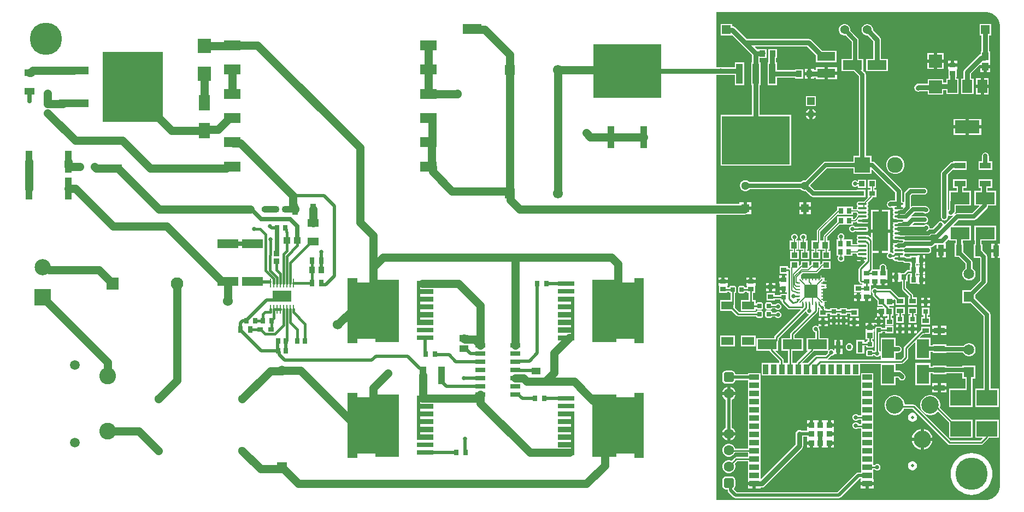
<source format=gbr>
G04*
G04 #@! TF.GenerationSoftware,Altium Limited,Altium Designer,25.5.2 (35)*
G04*
G04 Layer_Physical_Order=1*
G04 Layer_Color=255*
%FSLAX25Y25*%
%MOIN*%
G70*
G04*
G04 #@! TF.SameCoordinates,0CD17ABA-5868-42C4-872B-F719D901D850*
G04*
G04*
G04 #@! TF.FilePolarity,Positive*
G04*
G01*
G75*
%ADD15C,0.00500*%
%ADD24R,0.03394X0.02894*%
%ADD25R,0.04429X0.01968*%
%ADD26R,0.03772X0.03788*%
%ADD27R,0.03740X0.06693*%
%ADD28R,0.03150X0.03740*%
%ADD29R,0.06922X0.04551*%
%ADD30R,0.04469X0.04182*%
%ADD31R,0.03379X0.03371*%
%ADD32O,0.00984X0.05512*%
%ADD33R,0.11614X0.06929*%
%ADD34R,0.02953X0.03937*%
%ADD35R,0.03740X0.04134*%
%ADD36R,0.02953X0.03543*%
%ADD37R,0.03543X0.03150*%
%ADD38R,0.02593X0.03197*%
%ADD39R,0.03150X0.03937*%
%ADD40R,0.02559X0.03543*%
%ADD41R,0.04016X0.11102*%
%ADD42R,0.04331X0.13386*%
%ADD43R,0.09843X0.05984*%
%ADD44R,0.06102X0.02756*%
%ADD45R,0.03543X0.02559*%
%ADD46R,0.06496X0.04331*%
%ADD47R,0.18110X0.04724*%
%ADD48R,0.37008X0.42520*%
%ADD49R,0.06693X0.09252*%
%ADD50R,0.05787X0.04016*%
%ADD51O,0.05512X0.01378*%
%ADD52R,0.09449X0.24291*%
%ADD53R,0.02362X0.00945*%
%ADD54R,0.00945X0.02362*%
%ADD55R,0.00984X0.00984*%
%ADD56R,0.08268X0.08268*%
%ADD57R,0.11811X0.05906*%
%ADD58R,0.03543X0.05906*%
%ADD59R,0.03591X0.03381*%
%ADD60R,0.03543X0.03150*%
%ADD61R,0.02756X0.02756*%
%ADD62R,0.03937X0.02953*%
%ADD63R,0.03175X0.03418*%
%ADD64R,0.03563X0.03568*%
%ADD65R,0.05906X0.03543*%
%ADD66R,0.03985X0.04758*%
%ADD67R,0.05906X0.07874*%
%ADD68R,0.14961X0.07874*%
%ADD69R,0.07874X0.07874*%
%ADD70R,0.03150X0.03150*%
%ADD71R,0.06693X0.03740*%
G04:AMPARAMS|DCode=72|XSize=29.92mil|YSize=26mil|CornerRadius=3.25mil|HoleSize=0mil|Usage=FLASHONLY|Rotation=0.000|XOffset=0mil|YOffset=0mil|HoleType=Round|Shape=RoundedRectangle|*
%AMROUNDEDRECTD72*
21,1,0.02992,0.01950,0,0,0.0*
21,1,0.02342,0.02600,0,0,0.0*
1,1,0.00650,0.01171,-0.00975*
1,1,0.00650,-0.01171,-0.00975*
1,1,0.00650,-0.01171,0.00975*
1,1,0.00650,0.01171,0.00975*
%
%ADD72ROUNDEDRECTD72*%
%ADD73R,0.03347X0.02953*%
%ADD74R,0.03418X0.03175*%
%ADD75R,0.03150X0.06693*%
%ADD76R,0.03543X0.03543*%
%ADD77R,0.11024X0.05512*%
%ADD78R,0.03543X0.03937*%
%ADD79R,0.03543X0.02953*%
%ADD80R,0.13024X0.05334*%
%ADD81R,0.41535X0.29528*%
%ADD82R,0.04331X0.12402*%
%ADD83R,0.03381X0.03591*%
%ADD84R,0.07480X0.11811*%
%ADD85R,0.12992X0.09646*%
%ADD86R,0.11811X0.07480*%
%ADD87R,0.03150X0.03543*%
G04:AMPARAMS|DCode=88|XSize=29.92mil|YSize=26mil|CornerRadius=3.25mil|HoleSize=0mil|Usage=FLASHONLY|Rotation=90.000|XOffset=0mil|YOffset=0mil|HoleType=Round|Shape=RoundedRectangle|*
%AMROUNDEDRECTD88*
21,1,0.02992,0.01950,0,0,90.0*
21,1,0.02342,0.02600,0,0,90.0*
1,1,0.00650,0.00975,0.01171*
1,1,0.00650,0.00975,-0.01171*
1,1,0.00650,-0.00975,-0.01171*
1,1,0.00650,-0.00975,0.01171*
%
%ADD88ROUNDEDRECTD88*%
%ADD89R,0.07480X0.05118*%
%ADD90R,0.08071X0.08858*%
%ADD91R,0.41299X0.32992*%
%ADD92R,0.04000X0.13795*%
%ADD103C,0.02790*%
%ADD110C,0.28347*%
%ADD139R,0.09843X0.03150*%
%ADD144R,0.09843X0.09843*%
%ADD145C,0.09843*%
%ADD154R,0.06102X0.06102*%
%ADD155R,0.05118X0.05118*%
%ADD158C,0.06102*%
%ADD162C,0.05118*%
%ADD166C,0.02953*%
%ADD172C,0.02500*%
%ADD173C,0.02000*%
%ADD174C,0.01500*%
%ADD175C,0.05000*%
%ADD176C,0.01000*%
%ADD177C,0.04000*%
%ADD178C,0.02300*%
%ADD179C,0.03000*%
%ADD180C,0.00500*%
%ADD181C,0.01925*%
%ADD182C,0.00481*%
%ADD183C,0.01918*%
%ADD184C,0.01416*%
%ADD185C,0.01378*%
%ADD186C,0.01451*%
%ADD187C,0.02458*%
%ADD188C,0.02320*%
%ADD189C,0.05906*%
%ADD190R,0.05906X0.05906*%
%ADD191R,0.04724X0.04724*%
%ADD192C,0.04724*%
%ADD193C,0.07677*%
%ADD194R,0.07677X0.07677*%
%ADD195C,0.10217*%
%ADD196C,0.05374*%
G04:AMPARAMS|DCode=197|XSize=62.99mil|YSize=62.99mil|CornerRadius=15.75mil|HoleSize=0mil|Usage=FLASHONLY|Rotation=90.000|XOffset=0mil|YOffset=0mil|HoleType=Round|Shape=RoundedRectangle|*
%AMROUNDEDRECTD197*
21,1,0.06299,0.03150,0,0,90.0*
21,1,0.03150,0.06299,0,0,90.0*
1,1,0.03150,0.01575,0.01575*
1,1,0.03150,0.01575,-0.01575*
1,1,0.03150,-0.01575,-0.01575*
1,1,0.03150,-0.01575,0.01575*
%
%ADD197ROUNDEDRECTD197*%
%ADD198C,0.10646*%
%ADD199C,0.04528*%
%ADD200C,0.06299*%
%ADD201C,0.19685*%
%ADD202C,0.09567*%
%ADD203R,0.09567X0.09567*%
%ADD204R,0.05374X0.05374*%
%ADD205C,0.01968*%
%ADD206C,0.06496*%
%ADD207R,0.06496X0.06496*%
%ADD208R,0.04528X0.04528*%
%ADD209C,0.02500*%
%ADD210C,0.06000*%
%ADD211C,0.02000*%
%ADD212C,0.03937*%
G36*
X692552Y398462D02*
X694156Y397800D01*
X695599Y396838D01*
X696827Y395613D01*
X697792Y394171D01*
X698457Y392569D01*
X698796Y390867D01*
X698796Y390000D01*
Y257347D01*
X697512D01*
Y253000D01*
Y248654D01*
X698796D01*
Y110014D01*
X698796Y110013D01*
X698796Y110012D01*
X698797Y109145D01*
X698461Y107444D01*
X697799Y105841D01*
X696837Y104398D01*
X695611Y103171D01*
X694170Y102207D01*
X692568Y101543D01*
X690867Y101204D01*
X690000Y101204D01*
X525803D01*
Y275184D01*
X542890D01*
X543748Y275297D01*
X544361Y275551D01*
X547059D01*
Y278110D01*
X543500D01*
Y279110D01*
X542500D01*
Y282669D01*
X539941D01*
Y281816D01*
X525803D01*
Y360522D01*
X537047D01*
Y354118D01*
X542953D01*
Y368094D01*
X537047D01*
Y365187D01*
X525803D01*
Y398796D01*
X689980Y398796D01*
X689981Y398796D01*
X689982Y398796D01*
X690850Y398797D01*
X692552Y398462D01*
D02*
G37*
G36*
X481681Y196618D02*
X475776D01*
Y199374D01*
X464752D01*
Y197406D01*
X450185D01*
Y235595D01*
X464752D01*
Y233626D01*
X475776D01*
Y236382D01*
X481681D01*
Y196618D01*
D02*
G37*
G36*
X353181Y231461D02*
X345307D01*
Y229886D01*
X353181D01*
Y226736D01*
X345307D01*
Y225161D01*
X353181D01*
Y222012D01*
X345307D01*
Y220437D01*
X353181D01*
Y217287D01*
X345307D01*
Y215713D01*
X353181D01*
Y212563D01*
X345307D01*
Y210988D01*
X353181D01*
Y207839D01*
X343339D01*
Y234610D01*
X353181D01*
Y231461D01*
D02*
G37*
G36*
X439161Y198390D02*
X429319D01*
Y201539D01*
X437193D01*
Y203114D01*
X429319D01*
Y206264D01*
X437193D01*
Y207839D01*
X429319D01*
Y210988D01*
X437193D01*
Y212563D01*
X429319D01*
Y215713D01*
X437193D01*
Y217287D01*
X429319D01*
Y220437D01*
X437193D01*
Y222012D01*
X429319D01*
Y225161D01*
X439161D01*
Y198390D01*
D02*
G37*
G36*
X306724Y233626D02*
X317748D01*
Y235595D01*
X332315D01*
Y197406D01*
X317748D01*
Y199374D01*
X306724D01*
Y196618D01*
X300819D01*
Y236382D01*
X306724D01*
Y233626D01*
D02*
G37*
G36*
X481681Y126618D02*
X475776D01*
Y129374D01*
X464752D01*
Y127406D01*
X450185D01*
Y165594D01*
X464752D01*
Y163626D01*
X475776D01*
Y166382D01*
X481681D01*
Y126618D01*
D02*
G37*
G36*
X353181Y161461D02*
X345307D01*
Y159886D01*
X353181D01*
Y156736D01*
X345307D01*
Y155161D01*
X353181D01*
Y152012D01*
X345307D01*
Y150437D01*
X353181D01*
Y147287D01*
X345307D01*
Y145713D01*
X353181D01*
Y142563D01*
X345307D01*
Y140988D01*
X353181D01*
Y137839D01*
X343339D01*
Y164610D01*
X353181D01*
Y161461D01*
D02*
G37*
G36*
X439161Y128390D02*
X429319D01*
Y131539D01*
X437193D01*
Y133114D01*
X429319D01*
Y136264D01*
X437193D01*
Y137839D01*
X429319D01*
Y140988D01*
X437193D01*
Y142563D01*
X429319D01*
Y145713D01*
X437193D01*
Y147287D01*
X429319D01*
Y150437D01*
X437193D01*
Y152012D01*
X429319D01*
Y155161D01*
X439161D01*
Y128390D01*
D02*
G37*
G36*
X306724Y163626D02*
X317748D01*
Y165594D01*
X332315D01*
Y127406D01*
X317748D01*
Y129374D01*
X306724D01*
Y126618D01*
X300819D01*
Y166382D01*
X306724D01*
Y163626D01*
D02*
G37*
%LPC*%
G36*
X664437Y373811D02*
X660500D01*
Y369874D01*
X664437D01*
Y373811D01*
D02*
G37*
G36*
X658500D02*
X654563D01*
Y369874D01*
X658500D01*
Y373811D01*
D02*
G37*
G36*
X535474Y391474D02*
X528526D01*
Y384526D01*
X535474D01*
X535474Y384526D01*
Y384526D01*
X535786Y384416D01*
X547668Y372534D01*
Y368094D01*
X547047D01*
Y354118D01*
X547668D01*
Y336106D01*
X528445D01*
Y305004D01*
X571555D01*
Y336106D01*
X552332D01*
Y354118D01*
X552953D01*
Y368094D01*
X552332D01*
Y370744D01*
X556409D01*
Y373725D01*
X556410Y373727D01*
X556409Y373729D01*
Y376256D01*
X551291D01*
Y375892D01*
X550941Y375857D01*
X549454Y377344D01*
X549588Y377668D01*
X581291D01*
X586701Y372258D01*
Y368075D01*
X599299D01*
Y375161D01*
X590394D01*
X583907Y381649D01*
X583150Y382155D01*
X582257Y382332D01*
X544466D01*
X537336Y389462D01*
X536580Y389968D01*
X535687Y390145D01*
X535474D01*
Y391474D01*
D02*
G37*
G36*
X672772Y369035D02*
X671000D01*
Y367461D01*
X672772D01*
Y369035D01*
D02*
G37*
G36*
X669000D02*
X667228D01*
Y367461D01*
X669000D01*
Y369035D01*
D02*
G37*
G36*
X693474Y391474D02*
X686526D01*
Y384526D01*
X687668D01*
Y374823D01*
X687220D01*
Y373049D01*
X686636Y372933D01*
X685879Y372427D01*
X677351Y363899D01*
X676845Y363142D01*
X676668Y362250D01*
Y358126D01*
X675260D01*
Y348677D01*
X682740D01*
Y358126D01*
X681332D01*
Y361284D01*
X686684Y366636D01*
X687008Y366502D01*
Y366343D01*
X690000D01*
X692992D01*
Y368722D01*
X692780D01*
Y374823D01*
X692332D01*
Y384526D01*
X693474D01*
Y391474D01*
D02*
G37*
G36*
X664437Y367874D02*
X660500D01*
Y363937D01*
X664437D01*
Y367874D01*
D02*
G37*
G36*
X658500D02*
X654563D01*
Y363937D01*
X658500D01*
Y367874D01*
D02*
G37*
G36*
X592000Y365138D02*
X586488D01*
Y363523D01*
X585421D01*
Y363968D01*
X583650D01*
Y361000D01*
Y358032D01*
X585421D01*
Y358859D01*
X586488D01*
Y357626D01*
X592000D01*
Y361382D01*
Y365138D01*
D02*
G37*
G36*
X618371Y391474D02*
X617456D01*
X616572Y391238D01*
X615780Y390780D01*
X615133Y390133D01*
X614676Y389341D01*
X614439Y388457D01*
Y387543D01*
X614676Y386659D01*
X615133Y385867D01*
X615780Y385220D01*
X616572Y384762D01*
X617456Y384526D01*
X618090D01*
X621668Y380947D01*
Y370240D01*
X617307D01*
Y362760D01*
X630693D01*
Y370240D01*
X626332D01*
Y381913D01*
X626155Y382806D01*
X625649Y383562D01*
X621388Y387824D01*
Y388457D01*
X621151Y389341D01*
X620694Y390133D01*
X620047Y390780D01*
X619254Y391238D01*
X618371Y391474D01*
D02*
G37*
G36*
X599512Y365138D02*
X594000D01*
Y362382D01*
X599512D01*
Y365138D01*
D02*
G37*
G36*
X581650Y363968D02*
X579878D01*
Y362000D01*
X581650D01*
Y363968D01*
D02*
G37*
G36*
X692992Y364343D02*
X691000D01*
Y361964D01*
X692992D01*
Y364343D01*
D02*
G37*
G36*
X689000D02*
X687008D01*
Y361964D01*
X689000D01*
Y364343D01*
D02*
G37*
G36*
X562709Y376256D02*
X557591D01*
Y370744D01*
X557668D01*
Y368094D01*
X557047D01*
Y354118D01*
X562953D01*
Y358774D01*
X573791D01*
Y358244D01*
X578909D01*
Y363756D01*
X573791D01*
Y363439D01*
X562953D01*
Y368094D01*
X562332D01*
Y370744D01*
X562709D01*
Y376256D01*
D02*
G37*
G36*
X581650Y360000D02*
X579878D01*
Y358032D01*
X581650D01*
Y360000D01*
D02*
G37*
G36*
X599512Y360382D02*
X594000D01*
Y357626D01*
X599512D01*
Y360382D01*
D02*
G37*
G36*
X672772Y365461D02*
X670000D01*
X667228D01*
Y363886D01*
X667441D01*
Y359177D01*
X667668D01*
Y358126D01*
X666205D01*
Y355596D01*
X664224D01*
Y357850D01*
X654776D01*
Y355145D01*
X649313D01*
X648420Y354968D01*
X647664Y354462D01*
X647351Y354149D01*
X646845Y353393D01*
X646668Y352500D01*
X646845Y351607D01*
X647351Y350851D01*
X648107Y350345D01*
X649000Y350168D01*
X649893Y350345D01*
X650095Y350481D01*
X654776D01*
Y348402D01*
X664224D01*
Y350932D01*
X666205D01*
Y348677D01*
X673685D01*
Y358126D01*
X672332D01*
Y359177D01*
X672559D01*
Y363886D01*
X672772D01*
Y365461D01*
D02*
G37*
G36*
X692008Y358339D02*
X689055D01*
Y354402D01*
X692008D01*
Y358339D01*
D02*
G37*
G36*
X687055D02*
X684102D01*
Y354402D01*
X687055D01*
Y358339D01*
D02*
G37*
G36*
X692008Y352402D02*
X689055D01*
Y348465D01*
X692008D01*
Y352402D01*
D02*
G37*
G36*
X687055D02*
X684102D01*
Y348465D01*
X687055D01*
Y352402D01*
D02*
G37*
G36*
X586551Y347425D02*
X580449D01*
Y341323D01*
X586551D01*
Y347425D01*
D02*
G37*
G36*
X584500Y339611D02*
Y337500D01*
X586611D01*
X586541Y337760D01*
X586112Y338504D01*
X585504Y339112D01*
X584760Y339541D01*
X584500Y339611D01*
D02*
G37*
G36*
X582500D02*
X582240Y339541D01*
X581496Y339112D01*
X580888Y338504D01*
X580459Y337760D01*
X580389Y337500D01*
X582500D01*
Y339611D01*
D02*
G37*
G36*
X586611Y335500D02*
X584500D01*
Y333389D01*
X584760Y333459D01*
X585504Y333888D01*
X586112Y334496D01*
X586541Y335240D01*
X586611Y335500D01*
D02*
G37*
G36*
X582500D02*
X580389D01*
X580459Y335240D01*
X580888Y334496D01*
X581496Y333888D01*
X582240Y333459D01*
X582500Y333389D01*
Y335500D01*
D02*
G37*
G36*
X687480Y333535D02*
X680000D01*
Y329598D01*
X687480D01*
Y333535D01*
D02*
G37*
G36*
X678000D02*
X670520D01*
Y329598D01*
X678000D01*
Y333535D01*
D02*
G37*
G36*
X687480Y327598D02*
X680000D01*
Y323661D01*
X687480D01*
Y327598D01*
D02*
G37*
G36*
X678000D02*
X670520D01*
Y323661D01*
X678000D01*
Y327598D01*
D02*
G37*
G36*
X690000Y313077D02*
X689799Y313037D01*
X689595D01*
X689406Y312959D01*
X689205Y312919D01*
X689035Y312806D01*
X688846Y312727D01*
X688701Y312583D01*
X688531Y312469D01*
X688417Y312299D01*
X688273Y312154D01*
X688195Y311965D01*
X688081Y311795D01*
X688041Y311594D01*
X687963Y311405D01*
Y311201D01*
X687923Y311000D01*
Y307669D01*
X685866D01*
Y302354D01*
X694134D01*
Y307669D01*
X692077D01*
Y311000D01*
X692037Y311201D01*
Y311405D01*
X691959Y311594D01*
X691919Y311795D01*
X691806Y311965D01*
X691727Y312154D01*
X691583Y312299D01*
X691469Y312469D01*
X691299Y312583D01*
X691154Y312727D01*
X690965Y312806D01*
X690795Y312919D01*
X690594Y312959D01*
X690405Y313037D01*
X690201D01*
X690000Y313077D01*
D02*
G37*
G36*
X635733Y311071D02*
X634267D01*
X632850Y310691D01*
X631579Y309958D01*
X630542Y308921D01*
X629809Y307650D01*
X629429Y306233D01*
Y304767D01*
X629809Y303350D01*
X630542Y302079D01*
X631579Y301042D01*
X632850Y300309D01*
X634267Y299929D01*
X635733D01*
X637150Y300309D01*
X638421Y301042D01*
X639458Y302079D01*
X640191Y303350D01*
X640571Y304767D01*
Y306233D01*
X640191Y307650D01*
X639458Y308921D01*
X638421Y309958D01*
X637150Y310691D01*
X635733Y311071D01*
D02*
G37*
G36*
X617141Y296583D02*
X612185D01*
Y295654D01*
X611862Y295520D01*
X611654Y295727D01*
X610905Y296037D01*
X610095D01*
X609346Y295727D01*
X608773Y295154D01*
X608463Y294405D01*
Y293595D01*
X608773Y292846D01*
X609346Y292273D01*
X610095Y291963D01*
X610905D01*
X611654Y292273D01*
X611862Y292480D01*
X612185Y292346D01*
Y291417D01*
X617141D01*
Y296583D01*
D02*
G37*
G36*
X623256D02*
X618301D01*
Y291417D01*
X620000D01*
Y290362D01*
X618287D01*
Y285638D01*
X618287Y285638D01*
X618287D01*
X618054Y285402D01*
X616111Y283459D01*
X615927Y283183D01*
X612933D01*
X612357Y283068D01*
X611869Y282742D01*
X611542Y282253D01*
X611428Y281677D01*
X611542Y281101D01*
X611869Y280613D01*
X611929Y280573D01*
Y280223D01*
X611869Y280183D01*
X611542Y279694D01*
X611428Y279118D01*
X611485Y278828D01*
X611263Y278558D01*
X609323D01*
Y280059D01*
X604752D01*
X604500Y280059D01*
X604248Y280059D01*
X599677D01*
Y278070D01*
X599366Y277861D01*
X587518Y266014D01*
X587289Y265670D01*
X587208Y265266D01*
Y259354D01*
X583988D01*
Y253646D01*
X585442D01*
Y253036D01*
X583917D01*
Y248080D01*
X589083D01*
Y253036D01*
X587558D01*
Y253646D01*
X589303D01*
Y258018D01*
X589324Y258120D01*
Y264828D01*
X599347Y274851D01*
X599677Y274941D01*
Y274941D01*
X599677Y274941D01*
X604248D01*
X604500Y274941D01*
X604752Y274941D01*
X609323D01*
Y276442D01*
X611451D01*
X611542Y275983D01*
X611869Y275495D01*
X611929Y275454D01*
Y275104D01*
X611869Y275064D01*
X611542Y274576D01*
X611428Y274000D01*
X611429Y273992D01*
X609995Y272558D01*
X609323D01*
Y274059D01*
X604752D01*
X604500Y274059D01*
X604248Y274059D01*
X599677D01*
Y270634D01*
X591606Y262563D01*
X591377Y262220D01*
X591297Y261815D01*
Y259354D01*
X589697D01*
Y253646D01*
X591942D01*
Y253036D01*
X590417D01*
Y248080D01*
X595583D01*
Y253036D01*
X594058D01*
Y253646D01*
X595012D01*
Y259354D01*
X593412D01*
Y261377D01*
X600976Y268941D01*
X604248D01*
X604500Y268941D01*
X604752Y268941D01*
X609323D01*
Y270442D01*
X610433D01*
X610838Y270523D01*
X611037Y270656D01*
X611037Y270656D01*
X611425Y270602D01*
X611488Y270564D01*
X611715Y270223D01*
Y270100D01*
X611570Y269882D01*
X615000D01*
X618430D01*
X618285Y270100D01*
Y270223D01*
X618430Y270441D01*
X615000D01*
Y272441D01*
X618430D01*
X618285Y272659D01*
X618245Y273106D01*
X618458Y273424D01*
X618572Y274000D01*
X618458Y274576D01*
X618131Y275064D01*
X618071Y275104D01*
Y275454D01*
X618131Y275495D01*
X618458Y275983D01*
X618572Y276559D01*
X618458Y277135D01*
X618131Y277624D01*
X618071Y277664D01*
Y278014D01*
X618131Y278054D01*
X618458Y278542D01*
X618572Y279118D01*
X618458Y279694D01*
X618131Y280183D01*
X618071Y280223D01*
Y280573D01*
X618131Y280613D01*
X618458Y281101D01*
X618572Y281677D01*
X618458Y282253D01*
X618233Y282589D01*
X620867Y285223D01*
X621096Y285566D01*
X621110Y285638D01*
X623406D01*
Y290362D01*
X622116D01*
Y291417D01*
X623256D01*
Y296583D01*
D02*
G37*
G36*
X583559Y282669D02*
X581000D01*
Y280110D01*
X583559D01*
Y282669D01*
D02*
G37*
G36*
X547059D02*
X544500D01*
Y280110D01*
X547059D01*
Y282669D01*
D02*
G37*
G36*
X579000D02*
X576441D01*
Y280110D01*
X579000D01*
Y282669D01*
D02*
G37*
G36*
X583559Y278110D02*
X581000D01*
Y275551D01*
X583559D01*
Y278110D01*
D02*
G37*
G36*
X579000D02*
X576441D01*
Y275551D01*
X579000D01*
Y278110D01*
D02*
G37*
G36*
X631748Y278189D02*
X627024D01*
Y266043D01*
X631748D01*
Y278189D01*
D02*
G37*
G36*
X625024D02*
X620299D01*
Y266043D01*
X625024D01*
Y278189D01*
D02*
G37*
G36*
X609405Y268537D02*
X608595D01*
X607846Y268227D01*
X607273Y267654D01*
X606963Y266905D01*
Y266095D01*
X607273Y265346D01*
X607846Y264773D01*
X608595Y264463D01*
X609405D01*
X610154Y264773D01*
X610464Y265083D01*
X611362D01*
X611532Y264764D01*
X615000D01*
X618430D01*
X618285Y264981D01*
X618245Y265429D01*
X618458Y265747D01*
X618572Y266323D01*
X618458Y266899D01*
X618245Y267217D01*
X618285Y267664D01*
X618430Y267882D01*
X615000D01*
X611408D01*
X611315Y267708D01*
X610674D01*
X610154Y268227D01*
X609405Y268537D01*
D02*
G37*
G36*
X625024Y264043D02*
X620299D01*
Y261406D01*
X619976Y261272D01*
X619115Y262133D01*
X618689Y262417D01*
X618628Y262430D01*
X618489Y262764D01*
X615000D01*
X611570D01*
X611715Y262546D01*
X611755Y262099D01*
X611542Y261781D01*
X611428Y261205D01*
X611542Y260629D01*
X611869Y260140D01*
X611929Y260100D01*
Y259750D01*
X611869Y259710D01*
X611542Y259222D01*
X611428Y258646D01*
X611542Y258070D01*
X611869Y257581D01*
X611718Y257261D01*
X611598Y257144D01*
X608823D01*
Y260059D01*
X604252D01*
X604098Y260059D01*
X603796D01*
X603662Y260382D01*
X603728Y260449D01*
X604038Y261198D01*
Y262008D01*
X603728Y262757D01*
X603155Y263330D01*
X602406Y263640D01*
X601596D01*
X600847Y263330D01*
X600274Y262757D01*
X599964Y262008D01*
Y261198D01*
X600274Y260449D01*
X600341Y260382D01*
X600207Y260059D01*
X599177D01*
Y254941D01*
Y249941D01*
X600102D01*
X600247Y249591D01*
X599963Y248905D01*
Y248095D01*
X600273Y247346D01*
X600846Y246773D01*
X601595Y246463D01*
X602405D01*
X603154Y246773D01*
X603727Y247346D01*
X604037Y248095D01*
Y248905D01*
X603753Y249591D01*
X603898Y249941D01*
X604252Y249941D01*
X608823D01*
Y251442D01*
X611246D01*
X611468Y251172D01*
X611428Y250969D01*
X611542Y250393D01*
X611755Y250074D01*
X611715Y249627D01*
X611570Y249409D01*
X615000D01*
Y248409D01*
X616000D01*
Y246687D01*
X616374D01*
X616508Y246364D01*
X613072Y242928D01*
X612787Y242502D01*
X612687Y242000D01*
Y234836D01*
X612787Y234334D01*
X613072Y233908D01*
X613467Y233513D01*
X613893Y233228D01*
X614395Y233128D01*
X615039D01*
Y232323D01*
X610039D01*
Y227795D01*
X614139D01*
X614399Y227445D01*
X614391Y227417D01*
X613500D01*
Y224941D01*
Y222465D01*
X615173D01*
Y222465D01*
X616500D01*
Y225039D01*
X617500D01*
Y226039D01*
X620272D01*
Y227614D01*
X620059D01*
Y231965D01*
X621500D01*
Y234539D01*
X623500D01*
Y231965D01*
X626500D01*
Y234539D01*
X627500D01*
Y235539D01*
X630272D01*
Y237114D01*
X630059D01*
Y241823D01*
X629577D01*
Y243000D01*
X629537Y243201D01*
Y243405D01*
X629459Y243594D01*
X629419Y243795D01*
X629306Y243965D01*
X629227Y244154D01*
X629083Y244299D01*
X628969Y244469D01*
X628799Y244583D01*
X628654Y244727D01*
X628465Y244806D01*
X628295Y244919D01*
X628094Y244959D01*
X627905Y245037D01*
X627701D01*
X627500Y245077D01*
X627299Y245037D01*
X627095D01*
X626906Y244959D01*
X626705Y244919D01*
X626535Y244806D01*
X626346Y244727D01*
X626201Y244583D01*
X626031Y244469D01*
X625917Y244299D01*
X625773Y244154D01*
X625695Y243965D01*
X625581Y243795D01*
X625541Y243594D01*
X625463Y243405D01*
Y243201D01*
X625423Y243000D01*
Y241823D01*
X621269D01*
Y251898D01*
X625024D01*
Y264043D01*
D02*
G37*
G36*
X695512Y257347D02*
X693642D01*
Y254000D01*
X695512D01*
Y257347D01*
D02*
G37*
G36*
X604544Y391474D02*
X603629D01*
X602745Y391238D01*
X601953Y390780D01*
X601306Y390133D01*
X600849Y389341D01*
X600612Y388457D01*
Y387543D01*
X600849Y386659D01*
X601306Y385867D01*
X601953Y385220D01*
X602745Y384762D01*
X603629Y384526D01*
X604544D01*
X604606Y384542D01*
X608423Y380726D01*
Y370240D01*
X602307D01*
Y362760D01*
X609802D01*
X612923Y359640D01*
Y311071D01*
X609429D01*
Y307577D01*
X592610D01*
X591815Y307419D01*
X591141Y306969D01*
X580409Y296236D01*
X579559D01*
X578708Y296008D01*
X577945Y295568D01*
X577345Y294967D01*
X546155D01*
X545555Y295568D01*
X544792Y296008D01*
X543941Y296236D01*
X543059D01*
X542208Y296008D01*
X541445Y295568D01*
X540822Y294945D01*
X540382Y294181D01*
X540154Y293330D01*
Y292449D01*
X540382Y291598D01*
X540822Y290835D01*
X541445Y290212D01*
X542208Y289771D01*
X543059Y289543D01*
X543941D01*
X544792Y289771D01*
X545555Y290212D01*
X546155Y290812D01*
X577345D01*
X577945Y290212D01*
X578708Y289771D01*
X579559Y289543D01*
X580409D01*
X583421Y286531D01*
X583421Y286531D01*
X584095Y286081D01*
X584890Y285923D01*
X611594D01*
Y285638D01*
X616713D01*
Y290362D01*
X611594D01*
Y290077D01*
X585750D01*
X583347Y292481D01*
Y293298D01*
X593471Y303423D01*
X609429D01*
Y299929D01*
X620571D01*
Y302534D01*
X620894Y302668D01*
X634970Y288592D01*
Y283682D01*
X632105D01*
X631310Y283524D01*
X630898Y283249D01*
X630846Y283227D01*
X630806Y283187D01*
X630636Y283074D01*
X630636Y283074D01*
X630531Y282969D01*
X630417Y282799D01*
X630273Y282654D01*
X630195Y282465D01*
X630081Y282295D01*
X630041Y282094D01*
X629963Y281905D01*
Y281701D01*
X629923Y281500D01*
X629963Y281299D01*
Y281095D01*
X630041Y280906D01*
X630081Y280705D01*
X630195Y280535D01*
X630273Y280346D01*
X630417Y280201D01*
X630531Y280031D01*
X630701Y279918D01*
X630846Y279773D01*
X631035Y279695D01*
X631205Y279581D01*
X631406Y279541D01*
X631595Y279463D01*
X631799D01*
X632000Y279423D01*
X632201Y279463D01*
X632405D01*
X632562Y279527D01*
X633281D01*
X633503Y279257D01*
X633475Y279118D01*
X633590Y278542D01*
X633916Y278054D01*
X633976Y278014D01*
Y277664D01*
X633916Y277624D01*
X633590Y277135D01*
X633475Y276559D01*
X633590Y275983D01*
X633916Y275495D01*
X633976Y275454D01*
Y275104D01*
X633916Y275064D01*
X633590Y274576D01*
X633475Y274000D01*
X633590Y273424D01*
X633802Y273106D01*
X633763Y272659D01*
X633617Y272441D01*
X635713D01*
X636252Y272081D01*
X637047Y271922D01*
Y270883D01*
X636634Y270801D01*
X636096Y270441D01*
X633617D01*
X633763Y270223D01*
X633802Y269776D01*
X633590Y269458D01*
X633475Y268882D01*
X633590Y268306D01*
X633916Y267817D01*
X633976Y267777D01*
Y267427D01*
X633916Y267387D01*
X633590Y266899D01*
X633475Y266323D01*
X633590Y265747D01*
X633916Y265258D01*
X633976Y265218D01*
Y264868D01*
X633916Y264828D01*
X633590Y264340D01*
X633475Y263764D01*
X633590Y263188D01*
X633916Y262699D01*
X633976Y262659D01*
Y262309D01*
X633916Y262269D01*
X633590Y261781D01*
X633475Y261205D01*
X633590Y260629D01*
X633802Y260311D01*
X633763Y259863D01*
X633617Y259646D01*
X637004D01*
X637047Y259637D01*
Y258381D01*
X636522Y258276D01*
X635848Y257826D01*
X635668Y257646D01*
X633617D01*
X633763Y257428D01*
X633802Y256981D01*
X633590Y256663D01*
X633475Y256087D01*
X633590Y255511D01*
X633916Y255022D01*
X633976Y254982D01*
Y254632D01*
X633916Y254592D01*
X633590Y254104D01*
X633475Y253528D01*
X633590Y252952D01*
X633916Y252463D01*
X633976Y252423D01*
Y252073D01*
X633916Y252033D01*
X633687Y251690D01*
X633303Y251615D01*
X633255Y251626D01*
X633154Y251727D01*
X632405Y252037D01*
X631748D01*
Y264043D01*
X627024D01*
Y251898D01*
X630521D01*
X630666Y251548D01*
X630273Y251154D01*
X629963Y250405D01*
Y249595D01*
X630273Y248846D01*
X630846Y248273D01*
X631595Y247963D01*
X632405D01*
X633146Y248269D01*
X633154Y248273D01*
X633527Y248150D01*
X633590Y247833D01*
X633916Y247345D01*
X634404Y247019D01*
X634980Y246904D01*
X635975D01*
X636070Y246810D01*
X636070Y246810D01*
X636661Y246415D01*
X637358Y246276D01*
X637358Y246276D01*
X639874D01*
X639938Y246211D01*
X639938Y246211D01*
X640530Y245816D01*
X641227Y245678D01*
X641227Y245678D01*
X643866D01*
Y244941D01*
X644307D01*
Y244059D01*
X643866D01*
Y241541D01*
X642728D01*
X642226Y241441D01*
X641800Y241157D01*
X640410Y239767D01*
X640272Y239559D01*
X638114D01*
Y239772D01*
X636638D01*
Y237000D01*
Y234228D01*
X638114D01*
Y234441D01*
X639050D01*
Y230138D01*
X639150Y229636D01*
X639434Y229210D01*
X643211Y225433D01*
Y224716D01*
X642744D01*
Y220189D01*
X648256D01*
Y224716D01*
X645836D01*
Y225976D01*
X645736Y226479D01*
X645452Y226905D01*
X641675Y230681D01*
Y234441D01*
X642626D01*
Y237850D01*
X642651Y237976D01*
Y238295D01*
X643272Y238916D01*
X644307D01*
Y238059D01*
X643866D01*
Y232941D01*
X648378D01*
Y232728D01*
X649854D01*
Y235500D01*
Y238272D01*
X648378D01*
Y238059D01*
X647952D01*
Y238941D01*
X648378D01*
Y238728D01*
X649854D01*
Y241500D01*
Y244272D01*
X648378D01*
Y244059D01*
X647952D01*
Y244941D01*
X648378D01*
Y244728D01*
X649854D01*
Y247500D01*
Y250272D01*
X648378D01*
Y250059D01*
X643866D01*
Y249322D01*
X641982D01*
X641917Y249387D01*
X641326Y249782D01*
X640629Y249921D01*
X640629Y249921D01*
X640561D01*
X640396Y250230D01*
X640505Y250393D01*
X640620Y250969D01*
X640561Y251261D01*
X640859Y251558D01*
X641403Y251450D01*
X654861D01*
X655000Y251423D01*
X655201Y251463D01*
X655405D01*
X655594Y251541D01*
X655795Y251581D01*
X655965Y251694D01*
X656154Y251773D01*
X656299Y251917D01*
X656469Y252031D01*
X656583Y252201D01*
X656727Y252346D01*
X656806Y252535D01*
X656919Y252705D01*
X656959Y252906D01*
X657037Y253095D01*
Y253299D01*
X657077Y253500D01*
X657037Y253701D01*
Y253905D01*
X656959Y254094D01*
X656919Y254295D01*
X656806Y254465D01*
X656727Y254654D01*
X656582Y254799D01*
X656550Y254848D01*
X656698Y255174D01*
X656724Y255198D01*
X656775D01*
X657570Y255356D01*
X658244Y255806D01*
X658672Y256234D01*
X659175Y256570D01*
X659528Y256923D01*
X660118D01*
Y254500D01*
X665858D01*
Y257846D01*
X665741D01*
X665608Y258170D01*
X667444Y260006D01*
X667457Y260026D01*
X667807Y259920D01*
Y259343D01*
X671935D01*
Y257634D01*
X671354D01*
Y249366D01*
X673732D01*
X677923Y245175D01*
Y242460D01*
X677522Y242229D01*
X676771Y241478D01*
X676240Y240558D01*
X675965Y239531D01*
Y238469D01*
X676240Y237442D01*
X676771Y236522D01*
X677522Y235771D01*
X678442Y235240D01*
X679469Y234965D01*
X680531D01*
X681558Y235240D01*
X682478Y235771D01*
X683229Y236522D01*
X683760Y237442D01*
X684035Y238469D01*
Y239531D01*
X683760Y240558D01*
X683229Y241478D01*
X682478Y242229D01*
X682077Y242460D01*
Y246035D01*
X681919Y246830D01*
X681469Y247504D01*
X676669Y252304D01*
Y257634D01*
X676089D01*
Y259343D01*
X681193D01*
Y268398D01*
X670514D01*
X670380Y268721D01*
X673582Y271923D01*
X683000D01*
X683795Y272081D01*
X684469Y272531D01*
X691093Y279156D01*
X691544Y279830D01*
X691697Y280602D01*
X696693D01*
Y289657D01*
X691364D01*
Y291331D01*
X694134D01*
Y296646D01*
X685866D01*
Y291331D01*
X687209D01*
Y289657D01*
X683307D01*
Y280602D01*
X686207D01*
X686341Y280279D01*
X682139Y276077D01*
X672721D01*
X671927Y275919D01*
X671349Y275533D01*
X671126Y275805D01*
X671313Y275993D01*
X671764Y276667D01*
X671922Y277462D01*
X671922Y277462D01*
Y280602D01*
X681193D01*
Y289657D01*
X676577D01*
Y291331D01*
X678634D01*
Y296646D01*
X670366D01*
Y291331D01*
X672423D01*
Y289657D01*
X667807D01*
Y282840D01*
X667767Y282640D01*
Y278322D01*
X667427Y277982D01*
X667077Y278127D01*
Y299317D01*
X670031Y302271D01*
X670366Y302354D01*
Y302354D01*
X670366Y302354D01*
X678634D01*
Y307669D01*
X670366D01*
Y307089D01*
X669835D01*
X669040Y306931D01*
X668366Y306481D01*
X663531Y301646D01*
X663081Y300972D01*
X662923Y300177D01*
Y273649D01*
X662963Y273448D01*
Y273243D01*
X663041Y273054D01*
X663081Y272854D01*
X663195Y272684D01*
X663273Y272494D01*
X663417Y272350D01*
X663531Y272180D01*
X663701Y272066D01*
X663846Y271921D01*
X664035Y271843D01*
X664205Y271729D01*
X664406Y271689D01*
X664595Y271611D01*
X664799D01*
X665000Y271571D01*
X665201Y271611D01*
X665405D01*
X665594Y271689D01*
X665795Y271729D01*
X665965Y271843D01*
X666154Y271921D01*
X666299Y272066D01*
X666469Y272180D01*
X666583Y272350D01*
X666727Y272494D01*
X666806Y272684D01*
X666919Y272854D01*
X666959Y273054D01*
X667037Y273243D01*
Y273448D01*
X667077Y273649D01*
Y274629D01*
X667427Y274806D01*
X667454Y274788D01*
X667599Y274643D01*
X667788Y274565D01*
X667958Y274451D01*
X668159Y274411D01*
X668348Y274333D01*
X668553D01*
X668753Y274293D01*
X668954Y274333D01*
X669159D01*
X669348Y274411D01*
X669548Y274451D01*
X669718Y274565D01*
X669907Y274643D01*
X669929Y274641D01*
X670058Y274274D01*
X665038Y269254D01*
X664714Y269388D01*
Y269405D01*
X664404Y270154D01*
X663831Y270727D01*
X663082Y271037D01*
X662272D01*
X661523Y270727D01*
X660950Y270154D01*
X660888Y270005D01*
X657620Y266737D01*
X657416Y266777D01*
X656306D01*
X656255Y266767D01*
X655933Y267039D01*
X655973Y267239D01*
X655933Y267440D01*
Y267645D01*
X655855Y267834D01*
X655815Y268034D01*
X655701Y268204D01*
X655623Y268393D01*
X655478Y268538D01*
X655365Y268708D01*
X655195Y268822D01*
X655050Y268967D01*
X654861Y269045D01*
X654691Y269159D01*
X654490Y269198D01*
X654301Y269277D01*
X654096D01*
X653896Y269317D01*
X653695Y269277D01*
X653490D01*
X653301Y269198D01*
X653101Y269159D01*
X652931Y269045D01*
X652742Y268967D01*
X652597Y268822D01*
X652427Y268708D01*
X652385Y268667D01*
X645602D01*
X645468Y268990D01*
X646413Y269935D01*
X652941D01*
X653000Y269923D01*
X653201Y269963D01*
X653405D01*
X653594Y270041D01*
X653795Y270081D01*
X653965Y270195D01*
X654154Y270273D01*
X654299Y270417D01*
X654469Y270531D01*
X654583Y270701D01*
X654727Y270846D01*
X654806Y271035D01*
X654919Y271205D01*
X654959Y271406D01*
X655037Y271595D01*
Y271799D01*
X655077Y272000D01*
X655037Y272201D01*
Y272405D01*
X654959Y272594D01*
X654919Y272795D01*
X654806Y272965D01*
X654727Y273154D01*
X654583Y273299D01*
X654469Y273469D01*
X654457Y273481D01*
X654287Y273594D01*
X654154Y273727D01*
X653980Y273799D01*
X653783Y273931D01*
X653550Y273977D01*
X653405Y274037D01*
X653248D01*
X652988Y274089D01*
X645552D01*
X644934Y273966D01*
X644762Y274289D01*
X646884Y276411D01*
X652104D01*
X652598Y276081D01*
X653393Y275923D01*
X653782D01*
X653982Y275963D01*
X654187D01*
X654376Y276041D01*
X654576Y276081D01*
X654747Y276195D01*
X654936Y276273D01*
X655080Y276417D01*
X655250Y276531D01*
X655364Y276701D01*
X655509Y276846D01*
X655587Y277035D01*
X655701Y277205D01*
X655741Y277406D01*
X655819Y277595D01*
Y277799D01*
X655859Y278000D01*
X655819Y278201D01*
Y278405D01*
X655741Y278594D01*
X655701Y278795D01*
X655587Y278965D01*
X655509Y279154D01*
X655364Y279299D01*
X655250Y279469D01*
X655080Y279583D01*
X654936Y279727D01*
X654747Y279805D01*
X654576Y279919D01*
X654376Y279959D01*
X654361Y279965D01*
X653699Y280407D01*
X652904Y280566D01*
X646024D01*
X645229Y280407D01*
X644891Y280182D01*
X644541Y280369D01*
Y286603D01*
X645361Y287423D01*
X652500D01*
X652701Y287463D01*
X652905D01*
X653094Y287541D01*
X653295Y287581D01*
X653465Y287695D01*
X653654Y287773D01*
X653799Y287917D01*
X653969Y288031D01*
X654083Y288201D01*
X654227Y288346D01*
X654306Y288535D01*
X654419Y288705D01*
X654459Y288906D01*
X654537Y289095D01*
Y289299D01*
X654577Y289500D01*
X654537Y289701D01*
Y289905D01*
X654459Y290094D01*
X654419Y290295D01*
X654306Y290465D01*
X654227Y290654D01*
X654083Y290799D01*
X653969Y290969D01*
X653799Y291083D01*
X653654Y291227D01*
X653465Y291305D01*
X653295Y291419D01*
X653094Y291459D01*
X652905Y291537D01*
X652701D01*
X652500Y291577D01*
X644500D01*
X643705Y291419D01*
X643031Y290969D01*
X640995Y288933D01*
X640545Y288259D01*
X640386Y287464D01*
Y283013D01*
X640036Y282837D01*
X639690Y283068D01*
X639125Y283180D01*
Y289453D01*
X638966Y290248D01*
X638516Y290922D01*
X638516Y290922D01*
X622469Y306969D01*
X621795Y307419D01*
X621000Y307577D01*
X620571D01*
Y311071D01*
X617077D01*
Y360500D01*
X616919Y361295D01*
X616469Y361969D01*
X615917Y362521D01*
X615693Y362760D01*
X615693D01*
X615693Y362760D01*
Y370240D01*
X612577D01*
Y381587D01*
X612419Y382382D01*
X611969Y383055D01*
X611969Y383055D01*
X607544Y387480D01*
X607561Y387543D01*
Y388457D01*
X607324Y389341D01*
X606867Y390133D01*
X606220Y390780D01*
X605428Y391238D01*
X604544Y391474D01*
D02*
G37*
G36*
X665858Y252500D02*
X663988D01*
Y249153D01*
X665858D01*
Y252500D01*
D02*
G37*
G36*
X661988D02*
X660118D01*
Y249153D01*
X661988D01*
Y252500D01*
D02*
G37*
G36*
X695512Y252000D02*
X693642D01*
Y248654D01*
X695512D01*
Y252000D01*
D02*
G37*
G36*
X653331Y250272D02*
X651854D01*
Y248500D01*
X653331D01*
Y250272D01*
D02*
G37*
G36*
X579405Y263537D02*
X578595D01*
X577846Y263227D01*
X577273Y262654D01*
X576963Y261905D01*
Y261095D01*
X577273Y260346D01*
X577846Y259773D01*
X577942Y259733D01*
Y259354D01*
X576197D01*
Y253646D01*
X578942D01*
Y253036D01*
X577417D01*
Y248080D01*
X582583D01*
Y253036D01*
X581058D01*
Y253646D01*
X581512D01*
Y259354D01*
X580058D01*
Y259733D01*
X580154Y259773D01*
X580727Y260346D01*
X581037Y261095D01*
Y261905D01*
X580727Y262654D01*
X580154Y263227D01*
X579405Y263537D01*
D02*
G37*
G36*
X573905D02*
X573095D01*
X572346Y263227D01*
X571773Y262654D01*
X571463Y261905D01*
Y261095D01*
X571773Y260346D01*
X572346Y259773D01*
X572442Y259733D01*
Y259354D01*
X570488D01*
Y253646D01*
X572442D01*
Y253036D01*
X570917D01*
Y248080D01*
X576083D01*
Y253036D01*
X574558D01*
Y253646D01*
X575803D01*
Y259354D01*
X574558D01*
Y259733D01*
X574654Y259773D01*
X575227Y260346D01*
X575537Y261095D01*
Y261905D01*
X575227Y262654D01*
X574654Y263227D01*
X573905Y263537D01*
D02*
G37*
G36*
X614000Y247409D02*
X611570D01*
X611715Y247192D01*
X612274Y246818D01*
X612933Y246687D01*
X614000D01*
Y247409D01*
D02*
G37*
G36*
X595583Y246920D02*
X590417D01*
Y245463D01*
X590200Y245419D01*
X589856Y245190D01*
X589406Y244740D01*
X589083Y244874D01*
Y246920D01*
X583917D01*
Y244810D01*
X583605Y244601D01*
X582906Y243902D01*
X582583Y244036D01*
Y246920D01*
X577417D01*
Y244810D01*
X577106Y244601D01*
X576406Y243902D01*
X576083Y244036D01*
Y246920D01*
X570917D01*
Y243104D01*
X570897Y243002D01*
Y242664D01*
X570547Y242481D01*
X570271Y242666D01*
X569769Y242765D01*
X569559D01*
Y243815D01*
X564441D01*
Y239091D01*
X568570D01*
X568815Y238841D01*
X568802Y238122D01*
X568000D01*
Y235547D01*
X567000D01*
Y234547D01*
X564228D01*
Y232972D01*
X564595D01*
X564622Y232634D01*
X564622D01*
Y231256D01*
X567000D01*
Y230256D01*
X568000D01*
Y227878D01*
X568788D01*
Y226909D01*
X564835D01*
Y226057D01*
X561559D01*
Y227409D01*
X556441D01*
Y222685D01*
X561559D01*
Y223431D01*
X564835D01*
Y222579D01*
X565687D01*
Y222000D01*
X565787Y221498D01*
X566072Y221072D01*
X569388Y217755D01*
X569814Y217471D01*
X570317Y217371D01*
X577124D01*
X577258Y217047D01*
X561477Y201267D01*
X561193Y200841D01*
X561093Y200339D01*
Y199740D01*
X550307D01*
Y192260D01*
X558161D01*
X558195Y192090D01*
X558479Y191665D01*
X564256Y185887D01*
Y184661D01*
X553390D01*
Y177181D01*
X613508D01*
Y184187D01*
X626098D01*
Y171215D01*
X635153D01*
Y175831D01*
X636656D01*
X637122Y175364D01*
X637150Y175224D01*
X637264Y175054D01*
X637342Y174865D01*
X637487Y174720D01*
X637601Y174550D01*
X637771Y174436D01*
X637915Y174292D01*
X638104Y174213D01*
X638275Y174100D01*
X638475Y174060D01*
X638664Y173981D01*
X638869D01*
X639070Y173941D01*
X639270Y173981D01*
X639475D01*
X639664Y174060D01*
X639864Y174100D01*
X640035Y174213D01*
X640224Y174292D01*
X640368Y174436D01*
X640538Y174550D01*
X640652Y174720D01*
X640797Y174865D01*
X640875Y175054D01*
X640989Y175224D01*
X641029Y175425D01*
X641107Y175613D01*
Y175818D01*
X641147Y176019D01*
Y176355D01*
X640989Y177150D01*
X640538Y177824D01*
X638985Y179377D01*
X638311Y179827D01*
X637516Y179986D01*
X635153D01*
Y184187D01*
X639000D01*
X639502Y184287D01*
X639928Y184572D01*
X642428Y187072D01*
X642713Y187498D01*
X642813Y188000D01*
Y193326D01*
X647035Y197549D01*
X647358Y197415D01*
Y186715D01*
X656413D01*
Y191411D01*
X657866D01*
Y190831D01*
X666134D01*
Y191057D01*
X676335D01*
X676771Y190302D01*
X677522Y189550D01*
X678442Y189019D01*
X679469Y188744D01*
X680531D01*
X681558Y189019D01*
X682478Y189550D01*
X683229Y190302D01*
X683760Y191222D01*
X684035Y192248D01*
Y193311D01*
X683760Y194337D01*
X683229Y195257D01*
X682478Y196009D01*
X681558Y196540D01*
X680531Y196815D01*
X679469D01*
X678442Y196540D01*
X677522Y196009D01*
X676771Y195257D01*
X676744Y195211D01*
X666134D01*
Y196146D01*
X657866D01*
Y195565D01*
X656413D01*
Y200101D01*
X650045D01*
X649911Y200425D01*
X651744Y202258D01*
X652524D01*
X652650Y202284D01*
X656256D01*
Y206811D01*
X650744D01*
Y204793D01*
X650698Y204784D01*
X650273Y204499D01*
X640572Y194798D01*
X640287Y194372D01*
X640187Y193870D01*
Y188544D01*
X638456Y186813D01*
X635153D01*
Y190923D01*
X636835D01*
X637035Y190963D01*
X637240D01*
X637429Y191041D01*
X637630Y191081D01*
X637800Y191194D01*
X637989Y191273D01*
X638133Y191417D01*
X638304Y191531D01*
X638417Y191701D01*
X638562Y191846D01*
X638640Y192035D01*
X638754Y192205D01*
X638794Y192406D01*
X638872Y192595D01*
Y192799D01*
X638912Y193000D01*
X638872Y193201D01*
Y193405D01*
X638794Y193594D01*
X638754Y193795D01*
X638640Y193965D01*
X638562Y194154D01*
X638417Y194299D01*
X638304Y194469D01*
X638133Y194583D01*
X637989Y194727D01*
X637800Y194806D01*
X637630Y194919D01*
X637429Y194959D01*
X637240Y195037D01*
X637035D01*
X636835Y195077D01*
X635153D01*
Y200101D01*
X626098D01*
Y191673D01*
X625748Y191603D01*
X625727Y191654D01*
X625313Y192069D01*
Y202635D01*
X626171D01*
X626605Y202721D01*
X626973Y202967D01*
X627219Y203335D01*
X627271Y203598D01*
X629015D01*
Y202843D01*
X633985D01*
Y207312D01*
X629015D01*
Y206223D01*
X627172D01*
X626973Y206521D01*
X626605Y206767D01*
X626171Y206853D01*
X623829D01*
X623395Y206767D01*
X623027Y206521D01*
X622781Y206153D01*
X622695Y205719D01*
Y203961D01*
X622691Y203944D01*
Y203569D01*
X622687Y203549D01*
Y192069D01*
X622553Y191935D01*
X621762D01*
X621719Y192153D01*
X621473Y192521D01*
X621105Y192767D01*
X620671Y192853D01*
X618329D01*
X617895Y192767D01*
X617527Y192521D01*
X617281Y192153D01*
X617195Y191719D01*
Y189769D01*
X617281Y189335D01*
X617527Y188967D01*
X617895Y188721D01*
X618329Y188635D01*
X620671D01*
X621105Y188721D01*
X621473Y188967D01*
X621702Y189309D01*
X622309D01*
X622846Y188773D01*
X623595Y188463D01*
X624405D01*
X625154Y188773D01*
X625727Y189346D01*
X625748Y189397D01*
X626098Y189328D01*
Y186813D01*
X594147D01*
X594019Y187163D01*
X595819Y188963D01*
X596405D01*
X597154Y189273D01*
X597727Y189846D01*
X597855Y190154D01*
X599307D01*
Y193500D01*
X597732D01*
Y192644D01*
X597382Y192499D01*
X597154Y192727D01*
X596405Y193037D01*
X595595D01*
X594846Y192727D01*
X594543Y192424D01*
X594193Y192569D01*
Y199740D01*
X588813D01*
Y204500D01*
X588713Y205002D01*
X588537Y205265D01*
Y205905D01*
X588240Y206622D01*
X588297Y206780D01*
X588404Y206972D01*
X588506Y206972D01*
X590000D01*
Y208547D01*
X588228D01*
X588228Y207250D01*
Y207246D01*
Y207246D01*
X588228Y207148D01*
X587878Y207003D01*
X587654Y207227D01*
X586905Y207537D01*
X586095D01*
X585346Y207227D01*
X584773Y206654D01*
X584463Y205905D01*
Y205095D01*
X584773Y204346D01*
X585346Y203773D01*
X586095Y203463D01*
X586187D01*
Y199740D01*
X580807D01*
Y192260D01*
X581446D01*
X581580Y191937D01*
X575021Y185377D01*
X574736Y184951D01*
X574679Y184661D01*
X572261D01*
Y192260D01*
X578943D01*
Y199740D01*
X573563D01*
Y201764D01*
X587381Y215583D01*
X587666Y216008D01*
X587765Y216511D01*
Y218671D01*
X588115Y218816D01*
X588713Y218218D01*
Y218172D01*
X588740Y218106D01*
X588546Y217815D01*
X588441D01*
Y213091D01*
X593559D01*
Y214731D01*
X595335D01*
Y213878D01*
X599665D01*
Y214731D01*
X601335D01*
Y213878D01*
X605665D01*
Y214731D01*
X607441D01*
Y213091D01*
X612559D01*
Y217815D01*
X607441D01*
Y217356D01*
X605665D01*
Y218209D01*
X601335D01*
Y217356D01*
X599665D01*
Y218209D01*
X595335D01*
Y217356D01*
X593559D01*
Y217815D01*
X592442D01*
X592281Y218157D01*
X592287Y218172D01*
Y218883D01*
X592015Y219540D01*
X591689Y219866D01*
X591784Y220216D01*
X591784D01*
X591784Y220217D01*
Y222106D01*
X593161D01*
Y222579D01*
X590980D01*
Y224579D01*
D01*
Y226547D01*
D01*
Y228516D01*
D01*
Y230193D01*
X592949D01*
Y230484D01*
X593161D01*
Y230957D01*
X592949D01*
Y231949D01*
X593161D01*
Y232421D01*
X592949D01*
Y232713D01*
X590980D01*
Y234421D01*
X593161D01*
Y234894D01*
X591784D01*
Y236784D01*
X589894D01*
Y238161D01*
X589421D01*
Y235980D01*
X587421D01*
Y235980D01*
X585453D01*
Y235980D01*
X583516D01*
Y235980D01*
X581516D01*
Y235980D01*
X579547D01*
Y235980D01*
X577579D01*
Y238248D01*
X577481Y238485D01*
X578438Y239442D01*
X586892D01*
X587297Y239523D01*
X587640Y239752D01*
X590067Y242179D01*
X590417Y242034D01*
Y241964D01*
X595583D01*
Y246920D01*
D02*
G37*
G36*
X653331Y246500D02*
X651854D01*
Y244728D01*
X653331D01*
Y246500D01*
D02*
G37*
G36*
Y244272D02*
X651854D01*
Y242500D01*
X653331D01*
Y244272D01*
D02*
G37*
G36*
Y240500D02*
X651854D01*
Y238728D01*
X653331D01*
Y240500D01*
D02*
G37*
G36*
X634638Y239772D02*
X633161D01*
Y238000D01*
X634638D01*
Y239772D01*
D02*
G37*
G36*
X566000Y238122D02*
X564228D01*
Y236547D01*
X566000D01*
Y238122D01*
D02*
G37*
G36*
X653331Y238272D02*
X651854D01*
Y236500D01*
X653331D01*
Y238272D01*
D02*
G37*
G36*
X549772Y236839D02*
X548000D01*
Y235362D01*
X549772D01*
Y236839D01*
D02*
G37*
G36*
X532772D02*
X531000D01*
Y235362D01*
X532772D01*
Y236839D01*
D02*
G37*
G36*
X546000D02*
X544228D01*
Y235362D01*
X546000D01*
Y236839D01*
D02*
G37*
G36*
X529000D02*
X527228D01*
Y235362D01*
X529000D01*
Y236839D01*
D02*
G37*
G36*
X634638Y236000D02*
X633161D01*
Y234228D01*
X634638D01*
Y236000D01*
D02*
G37*
G36*
X653331Y234500D02*
X651854D01*
Y232728D01*
X653331D01*
Y234500D01*
D02*
G37*
G36*
X630272Y233539D02*
X628500D01*
Y231965D01*
X630272D01*
Y233539D01*
D02*
G37*
G36*
X561772Y233528D02*
X560000D01*
Y231953D01*
X561772D01*
Y233528D01*
D02*
G37*
G36*
X558000D02*
X556228D01*
Y231953D01*
X558000D01*
Y233528D01*
D02*
G37*
G36*
X549772Y233362D02*
X547000D01*
X544228D01*
Y231886D01*
X544441D01*
Y230882D01*
X543323D01*
X543279Y231105D01*
X543033Y231473D01*
X542665Y231719D01*
X542231Y231805D01*
X540281D01*
X539847Y231719D01*
X539479Y231473D01*
X539233Y231105D01*
X539147Y230671D01*
Y228329D01*
X539233Y227895D01*
X539479Y227527D01*
X539847Y227281D01*
X540281Y227195D01*
X542231D01*
X542665Y227281D01*
X543033Y227527D01*
X543279Y227895D01*
X543351Y228256D01*
X544441D01*
Y227374D01*
X545687D01*
Y223173D01*
X540772D01*
Y216480D01*
X549827D01*
Y218084D01*
X550177Y218119D01*
X550221Y217895D01*
X550467Y217527D01*
X550835Y217281D01*
X551269Y217195D01*
X553219D01*
X553653Y217281D01*
X554021Y217527D01*
X554267Y217895D01*
X554353Y218329D01*
Y220671D01*
X554267Y221105D01*
X554021Y221473D01*
X553653Y221719D01*
X553219Y221805D01*
X551269D01*
X550835Y221719D01*
X550467Y221473D01*
X550221Y221105D01*
X550177Y220882D01*
X549827Y220916D01*
Y223173D01*
X548313D01*
Y227374D01*
X549559D01*
Y231886D01*
X549772D01*
Y233362D01*
D02*
G37*
G36*
X561772Y229953D02*
X560000D01*
Y228378D01*
X561772D01*
Y229953D01*
D02*
G37*
G36*
X558000D02*
X556228D01*
Y228378D01*
X558000D01*
Y229953D01*
D02*
G37*
G36*
X566000Y229256D02*
X564622D01*
Y227878D01*
X566000D01*
Y229256D01*
D02*
G37*
G36*
X611500Y227417D02*
X609827D01*
Y225941D01*
X611500D01*
Y227417D01*
D02*
G37*
G36*
X656075Y224528D02*
X654500D01*
Y222953D01*
X656075D01*
Y224528D01*
D02*
G37*
G36*
X652500D02*
X650925D01*
Y222953D01*
X652500D01*
Y224528D01*
D02*
G37*
G36*
X620272Y224039D02*
X618500D01*
Y222465D01*
X620272D01*
Y224039D01*
D02*
G37*
G36*
X611500Y223941D02*
X609827D01*
Y222465D01*
X611500D01*
Y223941D01*
D02*
G37*
G36*
X622905Y230537D02*
X622095D01*
X621346Y230227D01*
X620773Y229654D01*
X620463Y228905D01*
Y228095D01*
X620773Y227346D01*
X621187Y226931D01*
Y226157D01*
X621287Y225655D01*
X621572Y225229D01*
X624161Y222640D01*
Y219503D01*
X627055D01*
X627451Y219107D01*
X627317Y218784D01*
X623854D01*
Y217000D01*
X626636D01*
Y216000D01*
X627636D01*
Y213216D01*
X629417D01*
Y213429D01*
X630187D01*
Y212157D01*
X629015D01*
Y207688D01*
X633985D01*
Y212157D01*
X632813D01*
Y213429D01*
X633933D01*
Y218571D01*
X631426D01*
X631393Y218736D01*
X631257Y218941D01*
X631444Y219291D01*
X634052D01*
Y221000D01*
X631464D01*
Y223000D01*
X634052D01*
Y223595D01*
X634375Y223729D01*
X635244Y222860D01*
Y220189D01*
X640756D01*
Y224716D01*
X637100D01*
X632389Y229428D01*
X631963Y229713D01*
X631461Y229813D01*
X624069D01*
X623654Y230227D01*
X622905Y230537D01*
D02*
G37*
G36*
X656075Y220953D02*
X654500D01*
Y219378D01*
X656075D01*
Y220953D01*
D02*
G37*
G36*
X652500D02*
X650925D01*
Y219378D01*
X652500D01*
Y220953D01*
D02*
G37*
G36*
X558731Y221805D02*
X556781D01*
X556347Y221719D01*
X555979Y221473D01*
X555733Y221105D01*
X555647Y220671D01*
Y218329D01*
X555733Y217895D01*
X555979Y217527D01*
X556347Y217281D01*
X556781Y217195D01*
X558731D01*
X559165Y217281D01*
X559533Y217527D01*
X559779Y217895D01*
X559787Y217937D01*
X561735D01*
X561773Y217846D01*
X562346Y217273D01*
X563095Y216963D01*
X563905D01*
X564654Y217273D01*
X565227Y217846D01*
X565537Y218595D01*
Y219405D01*
X565227Y220154D01*
X564654Y220727D01*
X563905Y221037D01*
X563095D01*
X562346Y220727D01*
X562181Y220563D01*
X559865D01*
Y220671D01*
X559779Y221105D01*
X559533Y221473D01*
X559165Y221719D01*
X558731Y221805D01*
D02*
G37*
G36*
X625636Y215000D02*
X623854D01*
Y213216D01*
X625636D01*
Y215000D01*
D02*
G37*
G36*
X532772Y233362D02*
X530000D01*
X527228D01*
Y231886D01*
X527441D01*
Y227374D01*
X532559D01*
Y228256D01*
X533649D01*
X533721Y227895D01*
X533967Y227527D01*
X534335Y227281D01*
X534432Y227262D01*
Y223173D01*
X528173D01*
Y216480D01*
X535372D01*
X538280Y213572D01*
X538706Y213287D01*
X539209Y213187D01*
X550163D01*
X550221Y212895D01*
X550467Y212527D01*
X550835Y212281D01*
X551269Y212195D01*
X553219D01*
X553653Y212281D01*
X554021Y212527D01*
X554267Y212895D01*
X554353Y213329D01*
Y215671D01*
X554267Y216105D01*
X554021Y216473D01*
X553653Y216719D01*
X553219Y216805D01*
X551269D01*
X550835Y216719D01*
X550467Y216473D01*
X550221Y216105D01*
X550163Y215813D01*
X539752D01*
X537228Y218337D01*
Y223173D01*
X537057D01*
Y227262D01*
X537153Y227281D01*
X537521Y227527D01*
X537767Y227895D01*
X537853Y228329D01*
Y230671D01*
X537767Y231105D01*
X537521Y231473D01*
X537153Y231719D01*
X536719Y231805D01*
X534769D01*
X534335Y231719D01*
X533967Y231473D01*
X533721Y231105D01*
X533677Y230882D01*
X532559D01*
Y231886D01*
X532772D01*
Y233362D01*
D02*
G37*
G36*
X558731Y216805D02*
X556781D01*
X556347Y216719D01*
X555979Y216473D01*
X555733Y216105D01*
X555647Y215671D01*
Y213329D01*
X555733Y212895D01*
X555979Y212527D01*
X556347Y212281D01*
X556781Y212195D01*
X558731D01*
X559165Y212281D01*
X559533Y212527D01*
X559779Y212895D01*
X559787Y212937D01*
X561735D01*
X561773Y212846D01*
X562346Y212273D01*
X563095Y211963D01*
X563905D01*
X564654Y212273D01*
X565227Y212846D01*
X565537Y213595D01*
Y214405D01*
X565227Y215154D01*
X564654Y215727D01*
X563905Y216037D01*
X563095D01*
X562346Y215727D01*
X562181Y215563D01*
X559865D01*
Y215671D01*
X559779Y216105D01*
X559533Y216473D01*
X559165Y216719D01*
X558731Y216805D01*
D02*
G37*
G36*
X605878Y212909D02*
X604500D01*
Y211531D01*
X605878D01*
Y212909D01*
D02*
G37*
G36*
X599878D02*
X598500D01*
Y211531D01*
X599878D01*
Y212909D01*
D02*
G37*
G36*
X602500D02*
X601122D01*
Y211531D01*
X602500D01*
Y212909D01*
D02*
G37*
G36*
X596500D02*
X595122D01*
Y211531D01*
X596500D01*
Y212909D01*
D02*
G37*
G36*
X626171Y212582D02*
X626000D01*
Y211256D01*
X627517D01*
X627419Y211748D01*
X627126Y212186D01*
X626688Y212479D01*
X626171Y212582D01*
D02*
G37*
G36*
X624000D02*
X623829D01*
X623312Y212479D01*
X622874Y212186D01*
X622581Y211748D01*
X622483Y211256D01*
X624000D01*
Y212582D01*
D02*
G37*
G36*
X612772Y212122D02*
X611000D01*
Y210547D01*
X612772D01*
Y212122D01*
D02*
G37*
G36*
X593772D02*
X592000D01*
Y210547D01*
X593772D01*
Y212122D01*
D02*
G37*
G36*
X609000D02*
X607228D01*
Y210547D01*
X609000D01*
Y212122D01*
D02*
G37*
G36*
X590000D02*
X588228D01*
Y210547D01*
X590000D01*
Y212122D01*
D02*
G37*
G36*
X648256Y218811D02*
X642744D01*
Y214283D01*
X644187D01*
Y213702D01*
X643138D01*
Y208978D01*
X647862D01*
Y213702D01*
X646813D01*
Y214283D01*
X648256D01*
Y218811D01*
D02*
G37*
G36*
X640756D02*
X635244D01*
Y214283D01*
X636687D01*
Y213702D01*
X635638D01*
Y208978D01*
X640362D01*
Y213702D01*
X639313D01*
Y214283D01*
X640756D01*
Y218811D01*
D02*
G37*
G36*
X655862Y218409D02*
X651138D01*
Y213685D01*
X652187D01*
Y212717D01*
X650744D01*
Y208189D01*
X656256D01*
Y212717D01*
X654813D01*
Y213685D01*
X655862D01*
Y218409D01*
D02*
G37*
G36*
X605878Y209531D02*
X604500D01*
Y208154D01*
X605878D01*
Y209531D01*
D02*
G37*
G36*
X602500D02*
X601122D01*
Y208154D01*
X602500D01*
Y209531D01*
D02*
G37*
G36*
X599878D02*
X598500D01*
Y208154D01*
X599878D01*
Y209531D01*
D02*
G37*
G36*
X596500D02*
X595122D01*
Y208154D01*
X596500D01*
Y209531D01*
D02*
G37*
G36*
X627517Y209256D02*
X626000D01*
Y207930D01*
X626171D01*
X626688Y208033D01*
X627126Y208326D01*
X627419Y208764D01*
X627517Y209256D01*
D02*
G37*
G36*
X624000D02*
X622483D01*
X622491Y209216D01*
X622167Y209052D01*
X621947Y209052D01*
X620500D01*
Y207464D01*
X622209D01*
Y208719D01*
X622209Y208731D01*
X622209Y208731D01*
X622209Y208839D01*
X622559Y208873D01*
X622581Y208764D01*
X622874Y208326D01*
X623312Y208033D01*
X623829Y207930D01*
X624000D01*
Y209256D01*
D02*
G37*
G36*
X618500Y209052D02*
X616791D01*
Y207464D01*
X618500D01*
Y209052D01*
D02*
G37*
G36*
X612772Y208547D02*
X611000D01*
Y206972D01*
X612772D01*
Y208547D01*
D02*
G37*
G36*
X609000D02*
X607228D01*
Y206972D01*
X609000D01*
Y208547D01*
D02*
G37*
G36*
X593772D02*
X592000D01*
Y206972D01*
X593772D01*
Y208547D01*
D02*
G37*
G36*
X648075Y208009D02*
X646500D01*
Y206435D01*
X648075D01*
Y208009D01*
D02*
G37*
G36*
X640575D02*
X639000D01*
Y206435D01*
X640575D01*
Y208009D01*
D02*
G37*
G36*
X644500D02*
X642925D01*
Y206435D01*
X644500D01*
Y208009D01*
D02*
G37*
G36*
X637000D02*
X635425D01*
Y206435D01*
X637000D01*
Y208009D01*
D02*
G37*
G36*
X666347Y207382D02*
X663000D01*
Y205512D01*
X666347D01*
Y207382D01*
D02*
G37*
G36*
X661000D02*
X657654D01*
Y205512D01*
X661000D01*
Y207382D01*
D02*
G37*
G36*
X648075Y204435D02*
X646500D01*
Y202860D01*
X648075D01*
Y204435D01*
D02*
G37*
G36*
X644500D02*
X642925D01*
Y202860D01*
X644500D01*
Y204435D01*
D02*
G37*
G36*
X640575D02*
X639000D01*
Y202860D01*
X640575D01*
Y204435D01*
D02*
G37*
G36*
X637000D02*
X635425D01*
Y202860D01*
X637000D01*
Y204435D01*
D02*
G37*
G36*
X666347Y203512D02*
X663000D01*
Y201642D01*
X666347D01*
Y203512D01*
D02*
G37*
G36*
X661000D02*
X657654D01*
Y201642D01*
X661000D01*
Y203512D01*
D02*
G37*
G36*
X622209Y205464D02*
X619500D01*
X616791D01*
Y203876D01*
X617003D01*
Y199161D01*
X618187D01*
Y198337D01*
X617895Y198279D01*
X617527Y198033D01*
X617281Y197665D01*
X617262Y197569D01*
X616055D01*
Y198634D01*
X611331D01*
Y190366D01*
X616055D01*
Y194943D01*
X617262D01*
X617281Y194847D01*
X617527Y194479D01*
X617895Y194233D01*
X618329Y194147D01*
X620671D01*
X621105Y194233D01*
X621473Y194479D01*
X621719Y194847D01*
X621805Y195281D01*
Y197231D01*
X621719Y197665D01*
X621473Y198033D01*
X621105Y198279D01*
X620813Y198337D01*
Y199161D01*
X621996D01*
Y203876D01*
X622209D01*
Y205464D01*
D02*
G37*
G36*
X602882Y198846D02*
X601307D01*
Y195500D01*
X602882D01*
Y198846D01*
D02*
G37*
G36*
X599307D02*
X597732D01*
Y195500D01*
X599307D01*
Y198846D01*
D02*
G37*
G36*
X549827Y201520D02*
X540772D01*
Y194827D01*
X549827D01*
Y201520D01*
D02*
G37*
G36*
X537228D02*
X528173D01*
Y194827D01*
X537228D01*
Y201520D01*
D02*
G37*
G36*
X607450Y196764D02*
X606550D01*
X605718Y196419D01*
X605081Y195782D01*
X604736Y194950D01*
Y194050D01*
X605081Y193218D01*
X605718Y192581D01*
X606550Y192236D01*
X607450D01*
X608282Y192581D01*
X608919Y193218D01*
X609264Y194050D01*
Y194950D01*
X608919Y195782D01*
X608282Y196419D01*
X607450Y196764D01*
D02*
G37*
G36*
X602882Y193500D02*
X601307D01*
Y190154D01*
X602882D01*
Y193500D01*
D02*
G37*
G36*
X666347Y172358D02*
X663000D01*
Y170488D01*
X666347D01*
Y172358D01*
D02*
G37*
G36*
X661000D02*
X657654D01*
Y170488D01*
X661000D01*
Y172358D01*
D02*
G37*
G36*
X534500Y170028D02*
Y167000D01*
X537528D01*
X537367Y167602D01*
X536821Y168548D01*
X536048Y169320D01*
X535102Y169867D01*
X534500Y170028D01*
D02*
G37*
G36*
X532500D02*
X531898Y169867D01*
X530952Y169320D01*
X530180Y168548D01*
X529633Y167602D01*
X529472Y167000D01*
X532500D01*
Y170028D01*
D02*
G37*
G36*
X666347Y168488D02*
X663000D01*
Y166618D01*
X666347D01*
Y168488D01*
D02*
G37*
G36*
X661000D02*
X657654D01*
Y166618D01*
X661000D01*
Y168488D01*
D02*
G37*
G36*
X696693Y268398D02*
X683307D01*
Y259343D01*
X683411D01*
Y257134D01*
X682831D01*
Y248866D01*
X686684D01*
X686923Y248628D01*
Y235081D01*
X681098Y229256D01*
X675965D01*
Y221185D01*
X681098D01*
X688923Y213360D01*
Y169059D01*
X683716D01*
Y157839D01*
X698283D01*
Y169059D01*
X693077D01*
Y214220D01*
X692919Y215015D01*
X692469Y215689D01*
X684035Y224123D01*
Y226318D01*
X690469Y232752D01*
X690919Y233425D01*
X691077Y234221D01*
Y249488D01*
X690919Y250283D01*
X690469Y250957D01*
X688146Y253280D01*
Y257134D01*
X687566D01*
Y259343D01*
X696693D01*
Y268398D01*
D02*
G37*
G36*
X656413Y184601D02*
X647358D01*
Y171215D01*
X656413D01*
Y178435D01*
X657866D01*
Y177854D01*
X666134D01*
Y178435D01*
X675965D01*
Y174965D01*
X677923D01*
Y169059D01*
X667717D01*
Y157839D01*
X682283D01*
Y169059D01*
X682077D01*
Y174965D01*
X684035D01*
Y183035D01*
X675965D01*
Y182589D01*
X666134D01*
Y183169D01*
X657866D01*
Y182589D01*
X656413D01*
Y184601D01*
D02*
G37*
G36*
X621638Y178559D02*
X614157D01*
Y173441D01*
Y168441D01*
Y163441D01*
Y158441D01*
Y152813D01*
X612569D01*
X612154Y153227D01*
X611405Y153537D01*
X610595D01*
X609846Y153227D01*
X609273Y152654D01*
X608963Y151905D01*
Y151095D01*
X609273Y150346D01*
X609846Y149773D01*
X610595Y149463D01*
X611405D01*
X612154Y149773D01*
X612569Y150187D01*
X614157D01*
Y147313D01*
X612869D01*
X612727Y147654D01*
X612154Y148227D01*
X611405Y148537D01*
X610595D01*
X609846Y148227D01*
X609273Y147654D01*
X608963Y146905D01*
Y146095D01*
X609273Y145346D01*
X609846Y144773D01*
X610595Y144463D01*
X611405D01*
X611948Y144687D01*
X614157D01*
Y138441D01*
Y133441D01*
Y128441D01*
Y123441D01*
Y117822D01*
X612500D01*
X611803Y117684D01*
X611211Y117289D01*
X611211Y117289D01*
X599745Y105822D01*
X538255D01*
X536438Y107639D01*
X536463Y108012D01*
X536778Y108222D01*
X537300Y109003D01*
X537483Y109925D01*
Y113075D01*
X537300Y113997D01*
X536778Y114778D01*
X535996Y115300D01*
X535075Y115483D01*
X531925D01*
X531004Y115300D01*
X530222Y114778D01*
X529700Y113997D01*
X529517Y113075D01*
Y109925D01*
X529700Y109003D01*
X530222Y108222D01*
X531004Y107700D01*
X531925Y107517D01*
X532737D01*
Y106940D01*
X532737Y106940D01*
X532876Y106243D01*
X533271Y105652D01*
X536211Y102711D01*
X536803Y102316D01*
X537500Y102178D01*
X537500Y102178D01*
X600500D01*
X600500Y102178D01*
X601197Y102316D01*
X601789Y102711D01*
X613255Y114178D01*
X614157D01*
Y113772D01*
X613945D01*
Y112000D01*
X617898D01*
X621850D01*
Y113772D01*
X621638D01*
Y119687D01*
X622431D01*
X622846Y119273D01*
X623595Y118963D01*
X624405D01*
X625154Y119273D01*
X625727Y119846D01*
X626037Y120595D01*
Y121405D01*
X625727Y122154D01*
X625154Y122727D01*
X624405Y123037D01*
X623595D01*
X622846Y122727D01*
X622431Y122313D01*
X621638D01*
Y128441D01*
Y133441D01*
Y138441D01*
Y143441D01*
Y148441D01*
Y153441D01*
Y158441D01*
Y163441D01*
Y168441D01*
Y173441D01*
Y178559D01*
D02*
G37*
G36*
X645863Y154283D02*
X645137D01*
X644436Y154096D01*
X643808Y153733D01*
X643295Y153220D01*
X642932Y152591D01*
X642744Y151890D01*
Y151165D01*
X642932Y150464D01*
X643295Y149835D01*
X643808Y149322D01*
X644436Y148960D01*
X645137Y148772D01*
X645863D01*
X646564Y148960D01*
X647192Y149322D01*
X647705Y149835D01*
X648068Y150464D01*
X648256Y151165D01*
Y151890D01*
X648068Y152591D01*
X647705Y153220D01*
X647192Y153733D01*
X646564Y154096D01*
X645863Y154283D01*
D02*
G37*
G36*
X597638Y149677D02*
X595866D01*
Y147906D01*
X597638D01*
Y149677D01*
D02*
G37*
G36*
X582842D02*
X581071D01*
Y147906D01*
X582842D01*
Y149677D01*
D02*
G37*
G36*
X537528Y165000D02*
X533500D01*
X529472D01*
X529633Y164398D01*
X530180Y163452D01*
X530952Y162680D01*
X531678Y162261D01*
Y145239D01*
X530952Y144820D01*
X530180Y144048D01*
X529633Y143102D01*
X529472Y142500D01*
X533500D01*
X537528D01*
X537367Y143102D01*
X536821Y144048D01*
X536048Y144820D01*
X535322Y145239D01*
Y162261D01*
X536048Y162680D01*
X536821Y163452D01*
X537367Y164398D01*
X537528Y165000D01*
D02*
G37*
G36*
X652406Y144389D02*
Y139142D01*
X657653D01*
X657485Y139986D01*
X657009Y141137D01*
X656317Y142172D01*
X655436Y143053D01*
X654400Y143745D01*
X653250Y144222D01*
X652406Y144389D01*
D02*
G37*
G36*
X650406Y144389D02*
X649561Y144222D01*
X648411Y143745D01*
X647375Y143053D01*
X646494Y142172D01*
X645802Y141137D01*
X645326Y139986D01*
X645158Y139142D01*
X650406D01*
Y144389D01*
D02*
G37*
G36*
X656929Y165118D02*
X655725D01*
X654544Y164883D01*
X653433Y164423D01*
X652432Y163754D01*
X651581Y162903D01*
X650912Y161902D01*
X650451Y160790D01*
X650216Y159610D01*
Y158406D01*
X650451Y157226D01*
X650912Y156114D01*
X651581Y155113D01*
X652432Y154262D01*
X653433Y153593D01*
X654544Y153132D01*
X655725Y152898D01*
X656929D01*
X658109Y153132D01*
X659221Y153593D01*
X660222Y154262D01*
X660991Y155031D01*
X667717Y148305D01*
Y138941D01*
X682283D01*
Y150161D01*
X669573D01*
X662253Y157481D01*
X662437Y158406D01*
Y159610D01*
X662202Y160790D01*
X661742Y161902D01*
X661073Y162903D01*
X660222Y163754D01*
X659221Y164423D01*
X658109Y164883D01*
X656929Y165118D01*
D02*
G37*
G36*
X537528Y140500D02*
X534500D01*
Y137472D01*
X535102Y137633D01*
X536048Y138180D01*
X536821Y138952D01*
X537367Y139898D01*
X537528Y140500D01*
D02*
G37*
G36*
X532500D02*
X529472D01*
X529633Y139898D01*
X530180Y138952D01*
X530952Y138180D01*
X531898Y137633D01*
X532500Y137472D01*
Y140500D01*
D02*
G37*
G36*
X635275Y165118D02*
X634071D01*
X632891Y164883D01*
X631779Y164423D01*
X630778Y163754D01*
X629927Y162903D01*
X629258Y161902D01*
X628798Y160790D01*
X628563Y159610D01*
Y158406D01*
X628798Y157226D01*
X629258Y156114D01*
X629927Y155113D01*
X630778Y154262D01*
X631779Y153593D01*
X632891Y153132D01*
X634071Y152898D01*
X635275D01*
X636455Y153132D01*
X637568Y153593D01*
X638568Y154262D01*
X639419Y155113D01*
X640088Y156114D01*
X640329Y156695D01*
X645580D01*
X667204Y135072D01*
X667630Y134787D01*
X668132Y134687D01*
X687500D01*
X688002Y134787D01*
X688428Y135072D01*
X691702Y138346D01*
X691986Y138771D01*
X692020Y138941D01*
X698283D01*
Y150161D01*
X683716D01*
Y138941D01*
X688127D01*
X688261Y138618D01*
X686956Y137313D01*
X668676D01*
X647052Y158936D01*
X646627Y159221D01*
X646124Y159320D01*
X640784D01*
Y159610D01*
X640549Y160790D01*
X640088Y161902D01*
X639419Y162903D01*
X638568Y163754D01*
X637568Y164423D01*
X636455Y164883D01*
X635275Y165118D01*
D02*
G37*
G36*
X597638Y134882D02*
X595866D01*
Y133110D01*
X597638D01*
Y134882D01*
D02*
G37*
G36*
X535075Y179983D02*
X531925D01*
X531004Y179800D01*
X530222Y179278D01*
X529700Y178497D01*
X529517Y177575D01*
Y174425D01*
X529700Y173503D01*
X530222Y172722D01*
X531004Y172200D01*
X531925Y172017D01*
X535075D01*
X535996Y172200D01*
X536778Y172722D01*
X537300Y173503D01*
X537434Y174178D01*
X545260D01*
Y168441D01*
Y163441D01*
Y158441D01*
Y153441D01*
Y148441D01*
Y143441D01*
Y138441D01*
Y132563D01*
X537291D01*
X537169Y133020D01*
X536650Y133917D01*
X535917Y134650D01*
X535020Y135169D01*
X534018Y135437D01*
X532982D01*
X531980Y135169D01*
X531083Y134650D01*
X530350Y133917D01*
X529831Y133020D01*
X529563Y132018D01*
Y130982D01*
X529831Y129980D01*
X530350Y129083D01*
X531083Y128350D01*
X531980Y127831D01*
X532982Y127563D01*
X534018D01*
X535020Y127831D01*
X535917Y128350D01*
X536650Y129083D01*
X537144Y129937D01*
X545260D01*
Y127313D01*
X538000D01*
X537498Y127213D01*
X537072Y126928D01*
X535205Y125062D01*
X535020Y125169D01*
X534018Y125437D01*
X532982D01*
X531980Y125169D01*
X531083Y124650D01*
X530350Y123917D01*
X529831Y123020D01*
X529563Y122018D01*
Y120982D01*
X529831Y119980D01*
X530350Y119083D01*
X531083Y118350D01*
X531980Y117831D01*
X532982Y117563D01*
X534018D01*
X535020Y117831D01*
X535917Y118350D01*
X536650Y119083D01*
X537169Y119980D01*
X537437Y120982D01*
Y122018D01*
X537169Y123020D01*
X537062Y123205D01*
X538544Y124687D01*
X545260D01*
Y118441D01*
Y113772D01*
X545047D01*
Y112000D01*
X549000D01*
Y111000D01*
X550000D01*
Y108228D01*
X552953D01*
Y108668D01*
X553500D01*
X554392Y108845D01*
X555149Y109351D01*
X578149Y132351D01*
X578655Y133107D01*
X578832Y134000D01*
Y139624D01*
X581071D01*
Y136882D01*
X583843D01*
Y135882D01*
X584842D01*
Y133110D01*
X588354D01*
Y135882D01*
X590354D01*
Y133110D01*
X593866D01*
Y135882D01*
X594866D01*
Y136882D01*
X597638D01*
Y138622D01*
Y140394D01*
X594866D01*
Y142394D01*
X597638D01*
Y144134D01*
Y145905D01*
X594866D01*
Y146906D01*
X593866D01*
Y149677D01*
X590354D01*
Y146906D01*
X588354D01*
Y149677D01*
X584842D01*
Y146906D01*
X583843D01*
Y145905D01*
X581071D01*
Y143269D01*
X577969D01*
X577392Y143655D01*
X576500Y143832D01*
X575607Y143655D01*
X574851Y143149D01*
X574345Y142393D01*
X574168Y141500D01*
Y134966D01*
X553090Y113888D01*
X552740Y114033D01*
Y118441D01*
Y123441D01*
Y128441D01*
Y133441D01*
Y138441D01*
Y143441D01*
Y148441D01*
Y153441D01*
Y158441D01*
Y163441D01*
Y168441D01*
Y173441D01*
Y178559D01*
X545260D01*
Y177822D01*
X537434D01*
X537300Y178497D01*
X536778Y179278D01*
X535996Y179800D01*
X535075Y179983D01*
D02*
G37*
G36*
X582842Y134882D02*
X581071D01*
Y133110D01*
X582842D01*
Y134882D01*
D02*
G37*
G36*
X657653Y137142D02*
X652406D01*
Y131894D01*
X653250Y132062D01*
X654400Y132538D01*
X655436Y133230D01*
X656317Y134111D01*
X657009Y135147D01*
X657485Y136297D01*
X657653Y137142D01*
D02*
G37*
G36*
X650406D02*
X645158D01*
X645326Y136297D01*
X645802Y135147D01*
X646494Y134111D01*
X647375Y133230D01*
X648411Y132538D01*
X649561Y132062D01*
X650406Y131894D01*
Y137142D01*
D02*
G37*
G36*
X645863Y124756D02*
X645137D01*
X644436Y124568D01*
X643808Y124205D01*
X643295Y123692D01*
X642932Y123064D01*
X642744Y122363D01*
Y121637D01*
X642932Y120936D01*
X643295Y120308D01*
X643808Y119795D01*
X644436Y119432D01*
X645137Y119244D01*
X645863D01*
X646564Y119432D01*
X647192Y119795D01*
X647705Y120308D01*
X648068Y120936D01*
X648256Y121637D01*
Y122363D01*
X648068Y123064D01*
X647705Y123692D01*
X647192Y124205D01*
X646564Y124568D01*
X645863Y124756D01*
D02*
G37*
G36*
X621850Y110000D02*
X618898D01*
Y108228D01*
X621850D01*
Y110000D01*
D02*
G37*
G36*
X616898D02*
X613945D01*
Y108228D01*
X616898D01*
Y110000D01*
D02*
G37*
G36*
X548000D02*
X545047D01*
Y108228D01*
X548000D01*
Y110000D01*
D02*
G37*
G36*
X681500Y129744D02*
X679506Y129587D01*
X677562Y129120D01*
X675714Y128355D01*
X674009Y127310D01*
X672489Y126011D01*
X671190Y124491D01*
X670145Y122786D01*
X669380Y120938D01*
X668913Y118994D01*
X668756Y117000D01*
X668913Y115006D01*
X669380Y113062D01*
X670145Y111214D01*
X671190Y109509D01*
X672489Y107989D01*
X674009Y106690D01*
X675714Y105645D01*
X677562Y104880D01*
X679506Y104413D01*
X681500Y104256D01*
X683494Y104413D01*
X685438Y104880D01*
X687286Y105645D01*
X688991Y106690D01*
X690511Y107989D01*
X691810Y109509D01*
X692855Y111214D01*
X693620Y113062D01*
X694087Y115006D01*
X694244Y117000D01*
X694087Y118994D01*
X693620Y120938D01*
X692855Y122786D01*
X691810Y124491D01*
X690511Y126011D01*
X688991Y127310D01*
X687286Y128355D01*
X685438Y129120D01*
X683494Y129587D01*
X681500Y129744D01*
D02*
G37*
%LPD*%
G36*
X594172Y191910D02*
X593963Y191405D01*
Y190819D01*
X592456Y189313D01*
X586846D01*
X586344Y189213D01*
X585918Y188928D01*
X581652Y184661D01*
X578475D01*
X578341Y184985D01*
X585021Y191665D01*
X585305Y192090D01*
X585339Y192260D01*
X593938D01*
X594172Y191910D01*
D02*
G37*
G36*
X580477Y216059D02*
X580773Y215346D01*
X581346Y214773D01*
X582065Y214475D01*
X582225Y214139D01*
X571322Y203236D01*
X571037Y202810D01*
X570937Y202308D01*
Y199740D01*
X565557D01*
Y192260D01*
X569636D01*
Y184661D01*
X566882D01*
Y186431D01*
X566782Y186933D01*
X566497Y187359D01*
X561920Y191937D01*
X562054Y192260D01*
X563693D01*
Y198326D01*
X563718Y198453D01*
Y199795D01*
X580139Y216216D01*
X580477Y216059D01*
D02*
G37*
D15*
X592354Y261815D02*
X602039Y271500D01*
X593000Y250558D02*
Y255854D01*
X592354Y256500D02*
X593000Y255854D01*
X592354Y256500D02*
Y261815D01*
X586500Y256354D02*
X586646Y256500D01*
X586500Y250558D02*
Y256354D01*
X601653Y277114D02*
X602039Y277500D01*
X600113Y277114D02*
X601653D01*
X588266Y258120D02*
Y265266D01*
X586646Y256500D02*
X588266Y258120D01*
Y265266D02*
X600113Y277114D01*
X602000Y248500D02*
Y252039D01*
X601539Y252500D02*
X602000Y252039D01*
X602001Y257962D02*
Y261603D01*
X601539Y257500D02*
X602001Y257962D01*
X606461Y252500D02*
X611905D01*
X612933Y253528D01*
X615000D01*
X606461Y257411D02*
X607785Y256087D01*
X606461Y257411D02*
Y257500D01*
X607785Y256087D02*
X615000D01*
X578854Y256500D02*
X580000Y255354D01*
X579000Y256646D02*
Y261500D01*
X580000Y250558D02*
Y255354D01*
X578854Y256500D02*
X579000Y256646D01*
X573146Y256500D02*
X573500Y256146D01*
Y250558D02*
Y256146D01*
Y256854D02*
Y261500D01*
X573146Y256500D02*
X573500Y256854D01*
X571950Y229007D02*
Y239152D01*
Y229007D02*
X572199Y228758D01*
X571950Y239152D02*
X571954Y239157D01*
Y243002D01*
X572199Y228758D02*
X572507Y228498D01*
X572853Y228272D01*
X576020Y227516D01*
X571954Y243002D02*
X573395Y244442D01*
X573500D01*
X575991Y229512D02*
X576020Y229484D01*
X572800Y231200D02*
X574488Y229512D01*
X577853Y243853D02*
X579411D01*
X580000Y244442D01*
X574488Y229512D02*
X575991D01*
X572800Y238800D02*
X577853Y243853D01*
X572800Y231200D02*
Y238800D01*
X584353Y243853D02*
X585911D01*
X573650Y232290D02*
X574488Y231453D01*
X576020D01*
X577798Y241500D02*
X582000D01*
X585911Y243853D02*
X586500Y244442D01*
X573650Y237352D02*
X577798Y241500D01*
X573650Y232290D02*
Y237352D01*
X582000Y241500D02*
X584353Y243853D01*
X574500Y233893D02*
Y237000D01*
X574749Y233644D02*
X575797D01*
X586892Y240500D02*
X589574Y243182D01*
X574500Y233893D02*
X574749Y233644D01*
X578000Y240500D02*
X586892D01*
X589574Y243412D02*
X590604Y244442D01*
X593000D01*
X575797Y233644D02*
X576020Y233421D01*
X589574Y243182D02*
Y243412D01*
X574500Y237000D02*
X578000Y240500D01*
X576709Y235291D02*
X583500Y228500D01*
X590291Y235291D01*
X584484Y227516D02*
X590291Y221709D01*
X584484Y221020D02*
Y227516D01*
X576709Y221709D02*
X583500Y228500D01*
X582516Y234218D02*
Y235980D01*
Y234218D02*
X583500Y233234D01*
Y228500D02*
Y233234D01*
X610500Y294000D02*
X614942D01*
X606961Y277500D02*
X611992D01*
X612933Y276559D01*
X615000D01*
X610433Y271500D02*
X612933Y274000D01*
X606961Y271500D02*
X610433D01*
X612933Y274000D02*
X615000D01*
X620119Y287272D02*
X621058Y288211D01*
X620119Y285971D02*
Y287272D01*
X616859Y281852D02*
Y282711D01*
X615825Y281677D02*
X616685D01*
X615000D02*
X615825D01*
X616685D02*
X616859Y281852D01*
Y282711D02*
X620119Y285971D01*
X615825Y279118D02*
X616000Y279293D01*
X615825Y281677D02*
X616000Y281503D01*
X615000Y279118D02*
X615825D01*
X616000Y279293D02*
Y281503D01*
X621058Y288211D02*
Y294000D01*
D24*
X631500Y205077D02*
D03*
Y209923D02*
D03*
D25*
X250575Y278500D02*
D03*
X241425D02*
D03*
X146575Y304500D02*
D03*
X137425D02*
D03*
D26*
X262862Y278500D02*
D03*
X257138D02*
D03*
D27*
X268988D02*
D03*
X280012D02*
D03*
X662988Y253500D02*
D03*
X696512Y253000D02*
D03*
X674012Y253500D02*
D03*
X685488Y253000D02*
D03*
D28*
X262858Y267000D02*
D03*
X257937D02*
D03*
X244657Y210500D02*
D03*
X239342D02*
D03*
D29*
X280000Y270114D02*
D03*
Y258886D02*
D03*
D30*
X270263Y259500D02*
D03*
X263843D02*
D03*
D31*
X257500Y251366D02*
D03*
Y246634D02*
D03*
D32*
X259906Y233500D02*
D03*
X254000Y217358D02*
D03*
X255968D02*
D03*
X257937D02*
D03*
X259906D02*
D03*
X261874D02*
D03*
X263843D02*
D03*
X265811D02*
D03*
X267779D02*
D03*
X255968Y233500D02*
D03*
X257937D02*
D03*
X261874D02*
D03*
X263843D02*
D03*
X265811D02*
D03*
X267779D02*
D03*
X254000D02*
D03*
D33*
X260890Y225429D02*
D03*
D34*
X279047Y247000D02*
D03*
X284953D02*
D03*
Y233500D02*
D03*
X279047D02*
D03*
D35*
X279146Y241500D02*
D03*
X284854D02*
D03*
X592354Y256500D02*
D03*
X586646D02*
D03*
X578854D02*
D03*
X573146D02*
D03*
D36*
X270138Y198000D02*
D03*
X274862D02*
D03*
X263362D02*
D03*
X258638D02*
D03*
X263362Y192000D02*
D03*
X258638D02*
D03*
X650854Y247500D02*
D03*
Y241500D02*
D03*
Y235500D02*
D03*
X635638Y237000D02*
D03*
X646130Y235500D02*
D03*
Y247500D02*
D03*
Y241500D02*
D03*
X640362Y237000D02*
D03*
D37*
X254346Y205000D02*
D03*
X247654D02*
D03*
X670000Y366461D02*
D03*
X627500Y234539D02*
D03*
X622500D02*
D03*
X617500Y225039D02*
D03*
X627500Y239461D02*
D03*
X622500D02*
D03*
X617500Y229961D02*
D03*
X614153Y288000D02*
D03*
X620847D02*
D03*
X670000Y361539D02*
D03*
D38*
X254664Y210500D02*
D03*
X249336D02*
D03*
D39*
X241453Y205000D02*
D03*
X235547D02*
D03*
D40*
X415146Y163000D02*
D03*
X420854D02*
D03*
X354354Y190000D02*
D03*
X348646D02*
D03*
X416646Y233000D02*
D03*
X422354D02*
D03*
X372854Y130000D02*
D03*
X367146D02*
D03*
D41*
X358209Y177000D02*
D03*
X346791D02*
D03*
D42*
X130508Y291000D02*
D03*
X106492D02*
D03*
Y307500D02*
D03*
X130508D02*
D03*
D43*
X230697Y363705D02*
D03*
Y348902D02*
D03*
Y334098D02*
D03*
Y319295D02*
D03*
X350303Y348902D02*
D03*
Y363705D02*
D03*
Y378508D02*
D03*
X230697Y304492D02*
D03*
X350303D02*
D03*
Y319295D02*
D03*
Y334098D02*
D03*
X230697Y378508D02*
D03*
D44*
X381772Y165500D02*
D03*
X403228Y175500D02*
D03*
Y180500D02*
D03*
Y195500D02*
D03*
X381772Y170500D02*
D03*
X403228Y190500D02*
D03*
Y185500D02*
D03*
Y170500D02*
D03*
Y165500D02*
D03*
X381772Y175500D02*
D03*
Y180500D02*
D03*
Y185500D02*
D03*
Y190500D02*
D03*
Y195500D02*
D03*
D45*
X118000Y337146D02*
D03*
Y342854D02*
D03*
D46*
X107000Y361610D02*
D03*
Y350390D02*
D03*
D47*
X133886Y343000D02*
D03*
Y363000D02*
D03*
D48*
X169909Y353000D02*
D03*
D49*
X213500Y326571D02*
D03*
Y343500D02*
D03*
D50*
X416000Y179650D02*
D03*
Y173350D02*
D03*
X372000Y193350D02*
D03*
Y199650D02*
D03*
D51*
X615000Y266323D02*
D03*
Y276559D02*
D03*
Y274000D02*
D03*
Y261205D02*
D03*
Y258646D02*
D03*
Y256087D02*
D03*
Y253528D02*
D03*
Y250969D02*
D03*
X637047Y276559D02*
D03*
Y274000D02*
D03*
Y268882D02*
D03*
Y266323D02*
D03*
Y263764D02*
D03*
Y261205D02*
D03*
Y256087D02*
D03*
Y253528D02*
D03*
X615000Y281677D02*
D03*
Y279118D02*
D03*
X637047Y281677D02*
D03*
Y279118D02*
D03*
Y250969D02*
D03*
Y248410D02*
D03*
X615000D02*
D03*
X637047Y258646D02*
D03*
Y271441D02*
D03*
X615000Y263764D02*
D03*
Y271441D02*
D03*
Y268882D02*
D03*
D52*
X626024Y265043D02*
D03*
D53*
X576020Y223579D02*
D03*
Y227516D02*
D03*
Y229484D02*
D03*
Y231453D02*
D03*
Y233421D02*
D03*
X590980Y231453D02*
D03*
X576020Y225547D02*
D03*
X590980Y233421D02*
D03*
Y227516D02*
D03*
Y229484D02*
D03*
Y225547D02*
D03*
Y223579D02*
D03*
D54*
X586453Y221020D02*
D03*
X582516D02*
D03*
X580547D02*
D03*
X578579D02*
D03*
X588421D02*
D03*
X580547Y235980D02*
D03*
X578579D02*
D03*
X586453D02*
D03*
X582516D02*
D03*
X584484D02*
D03*
X588421D02*
D03*
X584484Y221020D02*
D03*
D55*
X576709Y235291D02*
D03*
X590291D02*
D03*
X576709Y221709D02*
D03*
X590291D02*
D03*
D56*
X583500Y228500D02*
D03*
D57*
X587500Y196000D02*
D03*
X572250D02*
D03*
X557000D02*
D03*
X624000Y366500D02*
D03*
X377000Y388500D02*
D03*
X609000Y366500D02*
D03*
D58*
X575949Y180921D02*
D03*
X570949D02*
D03*
X565949D02*
D03*
X555949D02*
D03*
X560949D02*
D03*
X580949D02*
D03*
X585949D02*
D03*
X590949D02*
D03*
X595949D02*
D03*
X600949D02*
D03*
X605949D02*
D03*
X610949D02*
D03*
D59*
X573500Y244442D02*
D03*
X580000D02*
D03*
X593000D02*
D03*
X586500D02*
D03*
X593000Y250558D02*
D03*
X586500D02*
D03*
X580000D02*
D03*
X573500D02*
D03*
D60*
X567000Y241453D02*
D03*
X559000Y225047D02*
D03*
X610000Y215453D02*
D03*
X591000D02*
D03*
X610000Y209547D02*
D03*
X591000D02*
D03*
X567000Y235547D02*
D03*
X559000Y230953D02*
D03*
D61*
X567000Y224744D02*
D03*
X603500Y216043D02*
D03*
X597500D02*
D03*
X603500Y210531D02*
D03*
X597500D02*
D03*
X567000Y230256D02*
D03*
D62*
X638000Y222453D02*
D03*
X645500D02*
D03*
X653500Y210453D02*
D03*
Y204547D02*
D03*
X645500Y216547D02*
D03*
X638000D02*
D03*
D63*
X626536Y222000D02*
D03*
X631464D02*
D03*
D64*
X631364Y216000D02*
D03*
X626636D02*
D03*
D65*
X617898Y116000D02*
D03*
Y111000D02*
D03*
X549000D02*
D03*
Y116000D02*
D03*
Y121000D02*
D03*
Y126000D02*
D03*
Y131000D02*
D03*
Y136000D02*
D03*
Y141000D02*
D03*
Y146000D02*
D03*
Y151000D02*
D03*
Y156000D02*
D03*
Y161000D02*
D03*
Y166000D02*
D03*
Y171000D02*
D03*
Y176000D02*
D03*
X617898D02*
D03*
Y171000D02*
D03*
Y166000D02*
D03*
Y161000D02*
D03*
Y156000D02*
D03*
Y141000D02*
D03*
Y136000D02*
D03*
Y131000D02*
D03*
Y126000D02*
D03*
Y121000D02*
D03*
Y146000D02*
D03*
Y151000D02*
D03*
D66*
X690000Y365343D02*
D03*
Y371657D02*
D03*
D67*
X688055Y353402D02*
D03*
X679000D02*
D03*
X669945D02*
D03*
D68*
X679000Y328598D02*
D03*
D69*
X659500Y368874D02*
D03*
Y353126D02*
D03*
D70*
X653500Y221953D02*
D03*
X645500Y205435D02*
D03*
X638000D02*
D03*
X645500Y211340D02*
D03*
X638000D02*
D03*
X653500Y216047D02*
D03*
D71*
X662000Y204512D02*
D03*
Y169488D02*
D03*
X690000Y305012D02*
D03*
Y293988D02*
D03*
X674500D02*
D03*
Y305012D02*
D03*
X662000Y180512D02*
D03*
Y193488D02*
D03*
D72*
X625000Y210256D02*
D03*
Y204744D02*
D03*
X619500Y196256D02*
D03*
Y190744D02*
D03*
D73*
X612500Y224941D02*
D03*
X617500Y239559D02*
D03*
Y234441D02*
D03*
X612500Y230059D02*
D03*
D74*
X619500Y206464D02*
D03*
Y201536D02*
D03*
D75*
X600307Y194500D02*
D03*
X613693D02*
D03*
D76*
X594866Y146906D02*
D03*
Y141394D02*
D03*
Y135882D02*
D03*
X589354Y146906D02*
D03*
X583843D02*
D03*
X589354Y141394D02*
D03*
Y135882D02*
D03*
X583843Y141394D02*
D03*
Y135882D02*
D03*
D77*
X593000Y361382D02*
D03*
Y371618D02*
D03*
D78*
X582650Y361000D02*
D03*
X553850Y373500D02*
D03*
X560150D02*
D03*
X576350Y361000D02*
D03*
D79*
X547000Y234362D02*
D03*
X530000D02*
D03*
Y229638D02*
D03*
X547000D02*
D03*
D80*
X243000Y234482D02*
D03*
Y257518D02*
D03*
X228000Y234482D02*
D03*
Y257518D02*
D03*
D81*
X550000Y320555D02*
D03*
D82*
X540000Y361106D02*
D03*
X550000D02*
D03*
X560000D02*
D03*
D83*
X614663Y294000D02*
D03*
X620779D02*
D03*
D84*
X651886Y193408D02*
D03*
X630626D02*
D03*
X651886Y177908D02*
D03*
X630626D02*
D03*
D85*
X691000Y163449D02*
D03*
Y144551D02*
D03*
X675000Y163449D02*
D03*
Y144551D02*
D03*
D86*
X690000Y263870D02*
D03*
Y285130D02*
D03*
X674500Y263870D02*
D03*
Y285130D02*
D03*
D87*
X602039Y271500D02*
D03*
X606961D02*
D03*
X602039Y277500D02*
D03*
X606961D02*
D03*
X601539Y257500D02*
D03*
X606461D02*
D03*
X601539Y252500D02*
D03*
X606461D02*
D03*
D88*
X557756Y219500D02*
D03*
X552244D02*
D03*
X557756Y214500D02*
D03*
X552244D02*
D03*
X541256Y229500D02*
D03*
X535744D02*
D03*
D89*
X532701Y219827D02*
D03*
Y198173D02*
D03*
X545299D02*
D03*
Y219827D02*
D03*
D90*
X213500Y377929D02*
D03*
Y361000D02*
D03*
D91*
X471500Y362854D02*
D03*
D92*
X481500Y322500D02*
D03*
X461500D02*
D03*
D103*
X436086Y129940D02*
D03*
X346414Y163060D02*
D03*
X436086Y199940D02*
D03*
X346414Y233060D02*
D03*
D110*
X465933Y146500D02*
D03*
Y216500D02*
D03*
X316567D02*
D03*
Y146500D02*
D03*
D139*
X434240Y158311D02*
D03*
Y163035D02*
D03*
Y228311D02*
D03*
Y233035D02*
D03*
X348260Y134689D02*
D03*
Y129965D02*
D03*
Y204689D02*
D03*
Y199965D02*
D03*
D144*
X114779Y224890D02*
D03*
D145*
Y243000D02*
D03*
D154*
X399736Y363500D02*
D03*
Y288000D02*
D03*
D155*
X580000Y279110D02*
D03*
X543500D02*
D03*
D158*
X429264Y288000D02*
D03*
Y363500D02*
D03*
D162*
X236681Y131181D02*
D03*
X543500Y292890D02*
D03*
X580000D02*
D03*
X185500Y131181D02*
D03*
Y162677D02*
D03*
X236681D02*
D03*
D166*
X607000Y194500D02*
D03*
D172*
X663500Y259000D02*
X665975Y261475D01*
X638494Y263739D02*
X655345D01*
X658667Y259000D02*
X663500D01*
X657706Y258039D02*
X658667Y259000D01*
X657539Y258039D02*
X657706D01*
X641403Y260889D02*
X656526D01*
X657487Y261850D01*
X655345Y263739D02*
X656306Y264700D01*
X257500Y251366D02*
X257502D01*
X257937Y251802D01*
Y267000D01*
X270263Y259500D02*
Y268237D01*
X248124Y272500D02*
X266000D01*
X270263Y268237D01*
X242124Y278500D02*
X248124Y272500D01*
X241425Y278500D02*
X242124D01*
X107000Y344500D02*
Y350390D01*
X228000Y257518D02*
X243000D01*
X656306Y264700D02*
X657416D01*
X657487Y261850D02*
X660571D01*
X656775Y257275D02*
X657539Y258039D01*
X641057Y257275D02*
X656775D01*
X660571Y261850D02*
X672721Y274000D01*
X683000D01*
X637314Y266589D02*
X653246D01*
X653896Y267239D01*
X589354Y135882D02*
Y141394D01*
X644500Y289500D02*
X652500D01*
X642464Y287464D02*
X644500Y289500D01*
X641403Y253528D02*
X654972D01*
X655000Y253500D01*
X637317Y256357D02*
X640139D01*
X641057Y257275D01*
X637047Y256087D02*
X637317Y256357D01*
X640350Y269439D02*
X642980D01*
X645552Y272012D02*
X652988D01*
X642980Y269439D02*
X645552Y272012D01*
X637047Y266323D02*
X637314Y266589D01*
X652988Y272012D02*
X653000Y272000D01*
X639070Y176019D02*
Y176355D01*
X630626Y177908D02*
X637516D01*
X639070Y176355D01*
X652904Y278488D02*
X653393Y278000D01*
X653782D01*
X646024Y278488D02*
X652904D01*
X641535Y274000D02*
X646024Y278488D01*
X669844Y277462D02*
Y282640D01*
X672335Y285130D02*
X674500D01*
X668753Y276370D02*
X669844Y277462D01*
Y282640D02*
X672335Y285130D01*
X683000Y274000D02*
X689625Y280625D01*
X665000Y273649D02*
Y300177D01*
X669835Y305012D01*
X674500D01*
X689286Y285844D02*
X690000Y285130D01*
X689286Y285844D02*
Y293368D01*
X689906Y293988D01*
X690000D01*
Y305012D02*
Y311000D01*
X689625Y284754D02*
X690000Y285130D01*
X680000Y225220D02*
X691000Y214220D01*
Y163449D02*
Y214220D01*
X685488Y253000D02*
X689000Y249488D01*
Y234221D02*
Y249488D01*
X680000Y225220D02*
X689000Y234221D01*
X685488Y253000D02*
Y262130D01*
X688228Y264870D01*
X690000D01*
X689625Y280625D02*
Y284754D01*
X637047Y279658D02*
Y281677D01*
X631034Y193000D02*
X636835D01*
X638553Y276829D02*
X640062D01*
X641036Y277803D01*
Y277874D01*
X641403Y274000D02*
X641535D01*
X642464Y279302D02*
Y287464D01*
X641036Y277874D02*
X642464Y279302D01*
X621000Y305500D02*
X637047Y289453D01*
Y281677D02*
Y289453D01*
Y274000D02*
X637352D01*
X636975Y281605D02*
X637047Y281677D01*
X632105Y281605D02*
X636975D01*
X632000Y281500D02*
X632105Y281605D01*
X630626Y193408D02*
X631034Y193000D01*
X615000Y305500D02*
Y360500D01*
X609000Y366500D02*
X615000Y360500D01*
X609000Y366500D02*
X610500Y368000D01*
X615000Y305500D02*
X621000D01*
X592610D02*
X615000D01*
X604087Y388000D02*
X610500Y381587D01*
Y368000D02*
Y381587D01*
X580000Y292890D02*
X592610Y305500D01*
X543500Y292890D02*
X580000D01*
X584890Y288000D01*
X614153D01*
X674500Y285130D02*
Y293988D01*
X627500Y239461D02*
Y243000D01*
X674012Y252024D02*
Y253500D01*
Y252024D02*
X680000Y246035D01*
Y239000D02*
Y246035D01*
X674012Y253500D02*
Y263382D01*
X674500Y263870D01*
X675000Y163449D02*
X676177D01*
X680000Y167272D02*
Y179000D01*
X676177Y163449D02*
X680000Y167272D01*
X678488Y180512D02*
X680000Y179000D01*
X654489Y180512D02*
X678488D01*
X651886Y177908D02*
X654489Y180512D01*
X651886Y193408D02*
X651966Y193488D01*
X662000D01*
X662354Y193134D01*
X679646D01*
X680000Y192780D01*
D173*
X284976Y247024D02*
Y252476D01*
X285000Y252500D01*
X284953Y247000D02*
X284976Y247024D01*
X253500Y268000D02*
X254500Y267000D01*
X257937D01*
X293000Y237902D02*
Y280500D01*
X267598Y286902D02*
X286598D01*
X293000Y280500D01*
X287598Y232500D02*
X293000Y237902D01*
X284953Y233008D02*
X285429Y232531D01*
X286086D02*
X286117Y232500D01*
X284953Y233008D02*
Y233500D01*
X285429Y232531D02*
X286086D01*
X286117Y232500D02*
X287598D01*
X259114Y189886D02*
Y191524D01*
X258638Y192000D02*
X259114Y191524D01*
Y189886D02*
X262500Y186500D01*
X315669D01*
X318048Y188878D01*
X337622D01*
X258138Y192000D02*
Y198000D01*
Y192000D02*
X258638D01*
X248153D02*
X258138D01*
X344949Y181551D02*
X345783D01*
X337622Y188878D02*
X344949Y181551D01*
X346791Y177000D02*
Y180543D01*
X345783Y181551D02*
X346791Y180543D01*
X235547Y204606D02*
X248153Y192000D01*
X235547Y204606D02*
Y205000D01*
X239342Y210500D02*
Y210795D01*
X251512Y222965D01*
X256260D01*
X256559Y223264D01*
X284854Y241500D02*
Y246902D01*
X235547Y209047D02*
X237000Y210500D01*
X239342D01*
X235547Y205000D02*
Y209047D01*
X243000Y234482D02*
X243491Y233991D01*
X253509D01*
X263362Y192000D02*
Y198000D01*
X358209Y173457D02*
X361165Y170500D01*
X381772D01*
X358209Y173457D02*
Y177000D01*
X403606Y180122D02*
X415528D01*
X403228Y180500D02*
X403606Y180122D01*
X415528D02*
X416000Y179650D01*
X612500Y116000D02*
X617898D01*
X600500Y104000D02*
X612500Y116000D01*
X537500Y104000D02*
X600500D01*
X533500Y111500D02*
X534560Y110440D01*
Y106940D02*
X537500Y104000D01*
X534560Y106940D02*
Y110440D01*
X576553Y141447D02*
X583789D01*
X583843Y141394D01*
X576500Y141500D02*
X576553Y141447D01*
X533500Y141500D02*
Y166000D01*
X641227Y247500D02*
X646130D01*
X640629Y248098D02*
X641227Y247500D01*
X637358Y248098D02*
X640629D01*
X637047Y248410D02*
X637358Y248098D01*
X646130Y235500D02*
Y241267D01*
Y247500D01*
X533500Y176000D02*
X549000D01*
X422354Y233000D02*
X422372Y233018D01*
X434222D01*
X434240Y233035D01*
X403606Y185878D02*
X411878D01*
X416646Y190646D01*
Y233000D01*
X403228Y185500D02*
X403606Y185878D01*
X403228Y165500D02*
X404902D01*
X407402Y163000D01*
X415146D01*
X420854D02*
X420872Y163018D01*
X434223D01*
X434240Y163035D01*
X348260Y129965D02*
X348278Y129982D01*
X367128D01*
X367146Y130000D01*
X372677Y130177D02*
X372854Y130000D01*
X372677Y130177D02*
Y138323D01*
X372500Y138500D02*
X372677Y138323D01*
X372000Y175500D02*
X381772D01*
X367000Y185500D02*
X381772D01*
X362824Y189676D02*
X367000Y185500D01*
X354634Y189676D02*
X362824D01*
X354354Y189955D02*
X354634Y189676D01*
X354354Y189955D02*
Y190000D01*
X348646D02*
Y190492D01*
X348260Y190878D02*
X348646Y190492D01*
X348260Y190878D02*
Y199965D01*
X372000Y193350D02*
X372886D01*
X373894Y192342D01*
Y192327D02*
Y192342D01*
Y192327D02*
X375721Y190500D01*
X381772D01*
D174*
X253500Y241132D02*
Y250181D01*
X254000Y250680D02*
Y260000D01*
X253500Y250181D02*
X254000Y250680D01*
X247458Y266500D02*
X251000Y262958D01*
Y241000D02*
Y262958D01*
Y241000D02*
X254644Y237356D01*
X259906Y233500D02*
Y239094D01*
X257500Y241500D02*
Y246634D01*
Y241500D02*
X259906Y239094D01*
X243865Y266500D02*
X247458D01*
X257276Y237356D02*
X257276D01*
X253500Y241132D02*
X257276Y237356D01*
X257276D02*
X257819Y236813D01*
Y233618D02*
X257937Y233500D01*
X257819Y233618D02*
Y236813D01*
X255968Y233500D02*
Y236047D01*
X254660Y237356D02*
X255968Y236047D01*
X254644Y237356D02*
X254660D01*
X279097Y233549D02*
Y246951D01*
X279047Y233500D02*
X279097Y233549D01*
X267779Y233500D02*
X279047D01*
Y247000D02*
X279097Y246951D01*
X278815Y258886D02*
X280000D01*
X265811Y245882D02*
X278815Y258886D01*
X265811Y233500D02*
Y245882D01*
X263683Y264734D02*
Y266175D01*
X263843Y259500D02*
Y264575D01*
Y252988D02*
Y259500D01*
X262858Y267000D02*
X263683Y266175D01*
Y264734D02*
X263843Y264575D01*
X270263Y256263D02*
Y259500D01*
X263843Y233500D02*
Y249843D01*
X261874Y251020D02*
X263843Y252988D01*
X261874Y233500D02*
Y251020D01*
X263843Y249843D02*
X270263Y256263D01*
X263843Y198480D02*
Y217358D01*
X261874Y207626D02*
Y217358D01*
X263362Y198000D02*
X263843Y198480D01*
X256574Y202325D02*
X261874Y207626D01*
X247654Y205000D02*
X247850D01*
X250525Y202325D01*
X256574D01*
X265811Y209479D02*
X270138Y205153D01*
X265811Y209479D02*
Y217358D01*
X255968D02*
X257937D01*
X259906D01*
X255968Y212106D02*
Y217358D01*
X254664Y210802D02*
X255968Y212106D01*
X267779Y215610D02*
Y217358D01*
Y215610D02*
X274862Y208528D01*
Y198000D02*
Y208528D01*
X270138Y198000D02*
Y205153D01*
X241453Y205000D02*
X247654D01*
X254346D02*
X254505Y205159D01*
Y210341D01*
X254664Y210500D01*
X244657D02*
X249336D01*
Y214446D02*
X250500Y215610D01*
X253742D02*
X254000Y215868D01*
X249336Y210500D02*
Y214446D01*
X254000Y215868D02*
Y217358D01*
X250500Y215610D02*
X253742D01*
X637047Y261205D02*
X641088D01*
D175*
X230697Y378508D02*
X245992D01*
X308500Y270500D02*
X316567Y262433D01*
X245992Y378508D02*
X308500Y316000D01*
Y270500D02*
Y316000D01*
X316567Y243067D02*
Y262433D01*
Y243067D02*
X322500Y249000D01*
X402500D02*
X403228Y248272D01*
Y195500D02*
Y248272D01*
X402500Y249000D02*
X462000D01*
X322500D02*
X402500D01*
X381772Y160228D02*
Y165500D01*
X352303Y304492D02*
X352724Y304071D01*
Y301276D02*
X364508Y289492D01*
X352303Y304492D02*
Y319098D01*
X364508Y289492D02*
X398244D01*
X352724Y301276D02*
Y304071D01*
X295000Y208000D02*
X303500Y216500D01*
X228000Y222500D02*
Y234482D01*
X303500Y216500D02*
X316567D01*
Y243067D01*
X185815Y278500D02*
X241425D01*
X268402Y279303D02*
X268988Y278716D01*
X267598Y280106D02*
X268402Y279303D01*
X253831Y179827D02*
X260827D01*
X261000Y180000D01*
X236681Y162677D02*
X253831Y179827D01*
X261000Y180000D02*
X272282D01*
X118000Y342854D02*
X125858D01*
X118000D02*
Y349000D01*
X125858Y342854D02*
X125866Y342862D01*
X127331D01*
X190500Y268000D02*
X223851Y234649D01*
X227833D01*
X158000Y268000D02*
X190500D01*
X227833Y234649D02*
X228000Y234482D01*
X235697Y318803D02*
X267598Y286902D01*
X231189Y318803D02*
X235697D01*
X230697Y319295D02*
X231189Y318803D01*
X267598Y280106D02*
Y286902D01*
X268988Y278500D02*
Y278717D01*
X197000Y174177D02*
Y233000D01*
X185500Y162677D02*
X197000Y174177D01*
X114779Y243000D02*
X115706Y242073D01*
X118194D01*
X149130Y241500D02*
X157630Y233000D01*
X118194Y242073D02*
X118768Y241500D01*
X149130D01*
X135000Y291000D02*
X158000Y268000D01*
X130508Y291000D02*
X135000D01*
X160815Y303500D02*
X185815Y278500D01*
X280000Y270114D02*
X280006Y270120D01*
Y278494D01*
X280012Y278500D01*
X147575Y303500D02*
X160815D01*
X106492Y291000D02*
Y307500D01*
X130508Y304835D02*
Y307500D01*
Y304835D02*
X130842Y304500D01*
X137425D01*
X146575D02*
X147575Y303500D01*
X114779Y224890D02*
X154500Y185169D01*
Y176610D02*
Y185169D01*
X381772Y160228D02*
X412060Y129940D01*
X379332Y163060D02*
X381772Y165500D01*
X412060Y129940D02*
X436086D01*
X346791Y163651D02*
Y177000D01*
X346414Y163060D02*
Y163274D01*
X346791Y163651D01*
X346414Y163060D02*
X379332D01*
X230205Y304000D02*
X230697Y304492D01*
X227209Y304000D02*
X230205D01*
X226709Y303500D02*
X227209Y304000D01*
X134823Y320323D02*
X163677D01*
X118000Y337146D02*
X134823Y320323D01*
X180500Y303500D02*
X226709D01*
X163677Y320323D02*
X180500Y303500D01*
X107000Y361610D02*
X107413D01*
X108803Y363000D01*
X133886D01*
X213500Y327004D02*
X222004D01*
X228276Y333276D01*
Y333606D02*
X228768Y334098D01*
X228276Y333276D02*
Y333606D01*
X228768Y334098D02*
X230697D01*
X193583Y326571D02*
X213500D01*
X169909Y350244D02*
X193583Y326571D01*
X169909Y350244D02*
Y353000D01*
X346414Y233060D02*
X368440D01*
X416000Y173350D02*
X421650D01*
X403228Y175500D02*
X408107D01*
X410256Y173350D02*
X416000D01*
X408107Y175500D02*
X410256Y173350D01*
X421650D02*
X439083D01*
X421650D02*
X426914Y178615D01*
X439083Y173350D02*
X446898Y165535D01*
X453472Y158961D01*
X465933Y146500D01*
X426914Y190768D02*
X436086Y199940D01*
X426914Y178615D02*
Y190768D01*
X247862Y120000D02*
X260055D01*
X236681Y131181D02*
X247862Y120000D01*
X260055D02*
X261000Y120945D01*
X457811Y122133D02*
Y138378D01*
X465933Y146500D01*
X261000Y120945D02*
X270945Y111000D01*
X446678D02*
X457811Y122133D01*
X270945Y111000D02*
X446678D01*
X153636Y143146D02*
X173535D01*
X185500Y131181D01*
X399736Y363500D02*
Y372764D01*
X377453Y388047D02*
X384453D01*
X377000Y388500D02*
X377453Y388047D01*
X384453D02*
X399736Y372764D01*
X352500Y319787D02*
Y333606D01*
X352008Y319295D02*
X352500Y319787D01*
X399736Y288000D02*
Y363500D01*
X398244Y289492D02*
X399736Y288000D01*
X352008Y334098D02*
X352500Y333606D01*
X350303Y334098D02*
X352008D01*
X350303Y319295D02*
X352008D01*
X542890Y278500D02*
X543500Y279110D01*
X399736Y288000D02*
X400287Y287449D01*
Y284213D02*
Y287449D01*
X406000Y278500D02*
X542890D01*
X400287Y284213D02*
X406000Y278500D01*
X213500Y343500D02*
Y361000D01*
Y377929D02*
X213789Y378219D01*
X230408D01*
X230697Y378508D01*
Y348902D02*
Y363705D01*
X461500Y322500D02*
X481500D01*
X449000D02*
X461500D01*
X446500Y325000D02*
X449000Y322500D01*
X368000Y348902D02*
Y349000D01*
X350303Y348902D02*
X368000D01*
X350303D02*
Y363705D01*
Y378508D01*
X462000Y249000D02*
X465933Y245067D01*
Y216500D02*
Y245067D01*
X470854Y363500D02*
X471500Y362854D01*
X429264Y363500D02*
X470854D01*
X429264Y288000D02*
Y363500D01*
X316567Y169567D02*
X325500Y178500D01*
X316567Y146500D02*
Y169567D01*
X272282Y180000D02*
X305782Y146500D01*
X316567D01*
X368440Y233060D02*
X381772Y219728D01*
Y196071D02*
Y219728D01*
X372394Y199158D02*
X378685D01*
X381772Y195500D02*
Y196071D01*
X378685Y199158D02*
X381772Y196071D01*
X372000Y199551D02*
Y199650D01*
Y199551D02*
X372394Y199158D01*
D176*
X572881Y221500D02*
X575063Y222173D01*
X575233Y222343D02*
X576020Y223579D01*
X575063Y222173D02*
X575233Y222343D01*
X570100Y223900D02*
X572500Y221500D01*
X572881D01*
X570100Y223900D02*
Y237365D01*
X573000Y225500D02*
X573024Y225524D01*
X575996D02*
X576020Y225547D01*
X573024Y225524D02*
X575996D01*
X570164Y240771D02*
Y241057D01*
X567000Y241453D02*
X569769D01*
X570164Y241057D01*
X570100Y237365D02*
X570164Y240771D01*
X626536Y221879D02*
X630181Y218234D01*
Y217186D02*
Y218234D01*
Y217186D02*
X631364Y216002D01*
Y216000D02*
X631500Y215864D01*
X622500Y228500D02*
X631461D01*
X637508Y222453D01*
X638000D01*
X626536Y222000D02*
Y222122D01*
X622500Y226157D02*
X626536Y222122D01*
X622500Y226157D02*
Y228500D01*
X631500Y209923D02*
Y215864D01*
X588449Y220339D02*
X590260Y218528D01*
X590500D01*
Y218257D02*
X591000Y217757D01*
X590500Y218257D02*
Y218528D01*
X591000Y215453D02*
Y217757D01*
X609410Y216043D02*
X610000Y215453D01*
X603500Y216043D02*
X609410D01*
X597500D02*
X603500D01*
X591590D02*
X597500D01*
X591000Y215453D02*
X591590Y216043D01*
X586500Y205500D02*
X587500Y204500D01*
Y196000D02*
Y204500D01*
X582508Y216508D02*
Y221012D01*
X582500Y216500D02*
X582508Y216508D01*
Y221012D02*
X582516Y221020D01*
X584093Y193547D02*
X586545Y196000D01*
X587500D01*
X584093Y192593D02*
Y193547D01*
X575949Y184449D02*
X584093Y192593D01*
X575949Y180921D02*
Y184449D01*
X572250Y202308D02*
X586453Y216511D01*
X572250Y196000D02*
Y202308D01*
X586453Y216511D02*
Y221020D01*
X570949Y180921D02*
Y194699D01*
X572250Y196000D01*
X562405Y200339D02*
X580520Y218453D01*
Y220992D01*
X562405Y198453D02*
Y200339D01*
X580520Y220992D02*
X580547Y221020D01*
X559953Y196000D02*
X562405Y198453D01*
X557000Y196000D02*
X559953D01*
X559407Y192593D02*
Y193593D01*
X565569Y181301D02*
Y186431D01*
X559407Y192593D02*
X565569Y186431D01*
Y181301D02*
X565949Y180921D01*
X557000Y196000D02*
X559407Y193593D01*
X559303Y224744D02*
X567000D01*
X559000Y225047D02*
X559303Y224744D01*
X578579Y219079D02*
Y221020D01*
X567000Y222000D02*
Y224744D01*
X578183Y218683D02*
X578579Y219079D01*
X570317Y218683D02*
X578183D01*
X567000Y222000D02*
X570317Y218683D01*
X639000Y185500D02*
X641500Y188000D01*
Y193870D02*
X651201Y203571D01*
X641500Y188000D02*
Y193870D01*
X632000Y250000D02*
X634012D01*
X634857Y250845D02*
X636924D01*
X634012Y250000D02*
X634857Y250845D01*
X636924D02*
X637047Y250969D01*
X652524Y203571D02*
X653500Y204547D01*
X651201Y203571D02*
X652524D01*
X641339Y237976D02*
Y238839D01*
X642728Y240228D01*
X645153D01*
X640362Y237000D02*
X641339Y237976D01*
X640362Y230138D02*
Y237295D01*
X645153Y240228D02*
X645463Y240538D01*
Y240896D02*
X645834Y241267D01*
X646130D01*
X645463Y240538D02*
Y240896D01*
X637047Y248410D02*
Y250969D01*
X644524Y223429D02*
X645500Y222453D01*
X640362Y230138D02*
X644524Y225976D01*
Y223429D02*
Y225976D01*
X645500Y211340D02*
Y216547D01*
X638000Y211340D02*
Y216547D01*
X589347Y185500D02*
X639000D01*
X585949Y182102D02*
X589347Y185500D01*
X585949Y180921D02*
Y182102D01*
X653500Y210453D02*
Y216047D01*
X614395Y234441D02*
X617500D01*
X614000Y234836D02*
X614395Y234441D01*
X614000Y242000D02*
X618606Y246606D01*
X614000Y234836D02*
Y242000D01*
X618606Y246606D02*
Y257529D01*
X617169Y258646D02*
X617358Y258457D01*
X617678D02*
X618606Y257529D01*
X615000Y258646D02*
X617169D01*
X617358Y258457D02*
X617678D01*
X618187Y261205D02*
X619956Y259436D01*
Y241818D02*
Y259436D01*
X615000Y261205D02*
X618187D01*
X617697Y239559D02*
X619956Y241818D01*
X617500Y239559D02*
X617697D01*
X609000Y266500D02*
X609105Y266395D01*
X614928D01*
X615000Y266323D01*
X622402Y239559D02*
X622500Y239461D01*
X617500Y239559D02*
X622402D01*
X617402Y230059D02*
X617500Y229961D01*
X612500Y230059D02*
X617402D01*
X617500Y229961D02*
Y234441D01*
X586846Y188000D02*
X593000D01*
X596000Y191000D01*
X580949Y182102D02*
X586846Y188000D01*
X580949Y180921D02*
Y182102D01*
X624804Y204744D02*
X625000D01*
X624004Y203553D02*
Y203944D01*
X624000Y190500D02*
Y203549D01*
X624004Y203553D01*
Y203944D02*
X624804Y204744D01*
X625000D02*
X625167Y204911D01*
X631333D01*
X631500Y205077D01*
X619500Y196256D02*
Y201536D01*
X619500Y201536D02*
X619500Y201536D01*
X545299Y219827D02*
X545626Y219500D01*
X552244D01*
X545299Y219827D02*
X547000Y221528D01*
Y229638D01*
X546931Y229569D02*
X547000Y229638D01*
X541325Y229569D02*
X546931D01*
X541256Y229500D02*
X541325Y229569D01*
X535675D02*
X535744Y229500D01*
X530069Y229569D02*
X535675D01*
X530000Y229638D02*
X530069Y229569D01*
X617398Y151500D02*
X617898Y151000D01*
X611000Y151500D02*
X617398D01*
X563250Y219250D02*
X563500Y219000D01*
X558006Y219250D02*
X563250D01*
X557756Y219500D02*
X558006Y219250D01*
X533500Y131500D02*
X533750Y131250D01*
X548750D01*
X549000Y131000D01*
X619500Y190744D02*
X619622Y190622D01*
X623878D01*
X624000Y190500D01*
X617898Y121000D02*
X624000D01*
X533500Y121500D02*
X538000Y126000D01*
X549000D01*
X611771Y146000D02*
X617898D01*
X611000Y146500D02*
X611271D01*
X611771Y146000D01*
X563250Y214250D02*
X563500Y214000D01*
X558006Y214250D02*
X563250D01*
X557756Y214500D02*
X558006Y214250D01*
X532701Y219827D02*
X533882D01*
X539209Y214500D01*
X552244D01*
X535744Y220370D02*
Y229500D01*
X532701Y219827D02*
X532744Y219870D01*
X614768Y196256D02*
X619500D01*
X613693Y194500D02*
Y195181D01*
X614768Y196256D01*
X634673Y159008D02*
X635673Y158008D01*
X659827D02*
X659870D01*
X673327Y144551D01*
X668132Y136000D02*
X687500D01*
X646124Y158008D02*
X668132Y136000D01*
X687500D02*
X690774Y139274D01*
Y144325D01*
X691000Y144551D01*
X635673Y158008D02*
X646124D01*
X673327Y144551D02*
X675000D01*
D177*
X262862Y278500D02*
X267598D01*
X250575D02*
X257138D01*
D178*
X657416Y264700D02*
X658377D01*
X662677Y269000D01*
D179*
X617913Y388000D02*
X624000Y381913D01*
Y366500D02*
Y381913D01*
X592809Y361191D02*
X593000Y361382D01*
X582840Y361191D02*
X592809D01*
X582650Y361000D02*
X582840Y361191D01*
X576500Y134000D02*
Y141500D01*
X553500Y111000D02*
X576500Y134000D01*
X549000Y111000D02*
X553500D01*
X471500Y362854D02*
X539335D01*
X649000Y352500D02*
X649313Y352813D01*
X659187D01*
X659500Y353126D01*
X535687Y387813D02*
X550000Y373500D01*
X553850Y373500D02*
X554078Y373727D01*
X543500Y380000D02*
X582257D01*
X588988Y373269D01*
X550000Y320555D02*
Y361106D01*
Y373500D01*
X669807Y353264D02*
X669945Y353402D01*
X659638Y353264D02*
X669807D01*
X659500Y353126D02*
X659638Y353264D01*
X670000Y353457D02*
Y361539D01*
X669945Y353402D02*
X670000Y353457D01*
X679000Y353402D02*
Y362250D01*
X687529Y370778D01*
X689508D01*
X690000Y371271D01*
Y371657D01*
Y388000D01*
X588988Y372874D02*
Y373269D01*
X550000Y373500D02*
X553850D01*
X588988Y372874D02*
X590244Y371618D01*
X593000D01*
X560000Y361106D02*
X576000D01*
X539335Y362854D02*
X540000Y362189D01*
Y361106D02*
Y362189D01*
X560000Y361106D02*
Y373350D01*
X560150Y373500D01*
X532187Y387813D02*
X535687D01*
X532000Y388000D02*
X532187Y387813D01*
D180*
X638331Y253528D02*
X641403D01*
D181*
X640062Y269152D02*
X640350Y269439D01*
X637317Y269152D02*
X640062D01*
D182*
X641088Y261205D02*
X641403Y260889D01*
D183*
X637047Y263764D02*
X637072Y263739D01*
X638494D01*
X637047Y276559D02*
X637317Y276829D01*
D184*
X637047Y268882D02*
X637317Y269152D01*
D185*
X637047Y253528D02*
X637992D01*
D186*
X637047Y279118D02*
Y279658D01*
D187*
X637317Y276829D02*
X638553D01*
D188*
X637352Y274000D02*
X641403D01*
D189*
X261000Y180000D02*
D03*
X134500Y136256D02*
D03*
Y183500D02*
D03*
D190*
X261000Y120945D02*
D03*
D191*
X160815Y303500D02*
D03*
D192*
X180500D02*
D03*
D193*
X197000Y233000D02*
D03*
D194*
X157630D02*
D03*
D195*
X154500Y176610D02*
D03*
Y143146D02*
D03*
D196*
X617913Y388000D02*
D03*
X604087D02*
D03*
D197*
X533500Y111500D02*
D03*
Y176000D02*
D03*
D198*
X651405Y138142D02*
D03*
X656327Y159008D02*
D03*
X634673D02*
D03*
D199*
X583500Y336500D02*
D03*
D200*
X533500Y166000D02*
D03*
Y141500D02*
D03*
Y131500D02*
D03*
Y121500D02*
D03*
D201*
X117000Y382500D02*
D03*
X681500Y117000D02*
D03*
D202*
X635000Y305500D02*
D03*
D203*
X615000D02*
D03*
D204*
X532000Y388000D02*
D03*
X690000D02*
D03*
D205*
X645500Y151528D02*
D03*
Y122000D02*
D03*
X265220Y223264D02*
D03*
Y227594D02*
D03*
X256559D02*
D03*
Y223264D02*
D03*
X260890Y227594D02*
D03*
Y223264D02*
D03*
X628189Y267209D02*
D03*
Y254217D02*
D03*
Y262878D02*
D03*
Y258547D02*
D03*
Y275870D02*
D03*
X623858Y271539D02*
D03*
X628189D02*
D03*
X623858Y275870D02*
D03*
Y258547D02*
D03*
Y262878D02*
D03*
Y254217D02*
D03*
Y267209D02*
D03*
D206*
X680000Y239000D02*
D03*
Y192780D02*
D03*
D207*
Y225220D02*
D03*
Y179000D02*
D03*
D208*
X583500Y344374D02*
D03*
D209*
X665975Y261475D02*
D03*
X653896Y267239D02*
D03*
X285000Y252500D02*
D03*
X254000Y260000D02*
D03*
X573000Y225500D02*
D03*
X243865Y266500D02*
D03*
X253500Y268000D02*
D03*
X107000Y344500D02*
D03*
X118000Y349000D02*
D03*
X662677Y269000D02*
D03*
X586500Y205500D02*
D03*
X582500Y216500D02*
D03*
X622500Y228500D02*
D03*
X576500Y141500D02*
D03*
X652500Y289500D02*
D03*
X655000Y253500D02*
D03*
X653000Y272000D02*
D03*
X639070Y176019D02*
D03*
X653782Y278000D02*
D03*
X668753Y276370D02*
D03*
X665000Y273649D02*
D03*
X636835Y193000D02*
D03*
X632000Y250000D02*
D03*
Y281500D02*
D03*
X573500Y261500D02*
D03*
X690000Y311000D02*
D03*
X602001Y261603D02*
D03*
X609000Y266500D02*
D03*
X602000Y248500D02*
D03*
X627500Y243000D02*
D03*
X579000Y261500D02*
D03*
X596000Y191000D02*
D03*
X610500Y294000D02*
D03*
X611000Y151500D02*
D03*
X563500Y219000D02*
D03*
X624000Y190500D02*
D03*
Y121000D02*
D03*
X611000Y146500D02*
D03*
X563500Y214000D02*
D03*
X528500Y363000D02*
D03*
X649000Y352500D02*
D03*
X358500Y233000D02*
D03*
X325500Y178500D02*
D03*
X372500Y138500D02*
D03*
X372000Y175500D02*
D03*
D210*
X228000Y222500D02*
D03*
X295000Y208000D02*
D03*
D211*
X590500Y218528D02*
D03*
D212*
X446500Y325000D02*
D03*
X368000Y349000D02*
D03*
M02*

</source>
